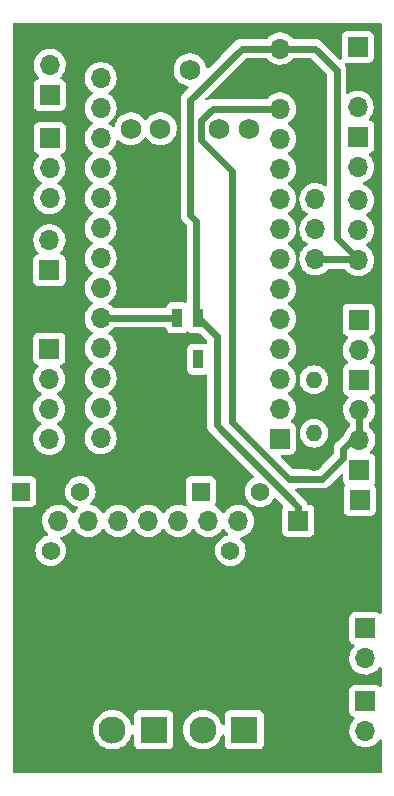
<source format=gbr>
%TF.GenerationSoftware,KiCad,Pcbnew,(6.0.9-0)*%
%TF.CreationDate,2023-02-07T22:14:42+01:00*%
%TF.ProjectId,SHOE_SHIELD,53484f45-5f53-4484-9945-4c442e6b6963,rev?*%
%TF.SameCoordinates,Original*%
%TF.FileFunction,Copper,L2,Bot*%
%TF.FilePolarity,Positive*%
%FSLAX46Y46*%
G04 Gerber Fmt 4.6, Leading zero omitted, Abs format (unit mm)*
G04 Created by KiCad (PCBNEW (6.0.9-0)) date 2023-02-07 22:14:42*
%MOMM*%
%LPD*%
G01*
G04 APERTURE LIST*
%TA.AperFunction,ComponentPad*%
%ADD10C,1.400000*%
%TD*%
%TA.AperFunction,ComponentPad*%
%ADD11O,1.400000X1.400000*%
%TD*%
%TA.AperFunction,ComponentPad*%
%ADD12R,1.700000X1.700000*%
%TD*%
%TA.AperFunction,ComponentPad*%
%ADD13O,1.700000X1.700000*%
%TD*%
%TA.AperFunction,ComponentPad*%
%ADD14R,1.560000X1.560000*%
%TD*%
%TA.AperFunction,ComponentPad*%
%ADD15C,1.560000*%
%TD*%
%TA.AperFunction,SMDPad,CuDef*%
%ADD16R,0.850000X1.600000*%
%TD*%
%TA.AperFunction,ComponentPad*%
%ADD17C,1.750000*%
%TD*%
%TA.AperFunction,ComponentPad*%
%ADD18R,2.300000X2.300000*%
%TD*%
%TA.AperFunction,ComponentPad*%
%ADD19C,2.300000*%
%TD*%
%TA.AperFunction,Conductor*%
%ADD20C,0.304000*%
%TD*%
%TA.AperFunction,Conductor*%
%ADD21C,0.608000*%
%TD*%
G04 APERTURE END LIST*
D10*
%TO.P,R1,1*%
%TO.N,GND*%
X181920000Y-71620000D03*
D11*
%TO.P,R1,2*%
%TO.N,A1*%
X181920000Y-69080000D03*
%TD*%
D12*
%TO.P,J1,1,Pin_1*%
%TO.N,- L_Out*%
X186278000Y-90141000D03*
D13*
%TO.P,J1,2,Pin_2*%
%TO.N,+ L_Out*%
X186278000Y-92681000D03*
%TD*%
D12*
%TO.P,J13,1,Pin_1*%
%TO.N,D1*%
X159550000Y-44975000D03*
D13*
%TO.P,J13,2,Pin_2*%
%TO.N,D0*%
X159550000Y-42435000D03*
%TD*%
D12*
%TO.P,J12,1,Pin_1*%
%TO.N,A9*%
X185674000Y-48514000D03*
D13*
%TO.P,J12,2,Pin_2*%
%TO.N,A8*%
X185674000Y-51054000D03*
%TD*%
D12*
%TO.P,J14,1,Pin_1*%
%TO.N,GND*%
X185674000Y-61468000D03*
D13*
%TO.P,J14,2,Pin_2*%
%TO.N,+5V*%
X185674000Y-58928000D03*
%TO.P,J14,3,Pin_3*%
%TO.N,SCL*%
X185674000Y-56388000D03*
%TO.P,J14,4,Pin_4*%
%TO.N,SDA*%
X185674000Y-53848000D03*
%TD*%
D12*
%TO.P,J15,1,Pin_1*%
%TO.N,GND*%
X182050000Y-61410000D03*
D13*
%TO.P,J15,2,Pin_2*%
%TO.N,+5V*%
X182050000Y-58870000D03*
%TO.P,J15,3,Pin_3*%
%TO.N,SCL*%
X182050000Y-56330000D03*
%TO.P,J15,4,Pin_4*%
%TO.N,SDA*%
X182050000Y-53790000D03*
%TD*%
D12*
%TO.P,J10,1,Pin_1*%
%TO.N,+5V*%
X185620000Y-40900000D03*
D13*
%TO.P,J10,2,Pin_2*%
%TO.N,GND*%
X185620000Y-43440000D03*
%TO.P,J10,3,Pin_3*%
%TO.N,+3V3*%
X185620000Y-45980000D03*
%TD*%
D12*
%TO.P,J19,1,Pin_1*%
%TO.N,D6*%
X159530000Y-59815000D03*
D13*
%TO.P,J19,2,Pin_2*%
%TO.N,D5*%
X159530000Y-57275000D03*
%TD*%
D12*
%TO.P,J6,1,Pin_1*%
%TO.N,A1*%
X185760000Y-69088000D03*
D13*
%TO.P,J6,2,Pin_2*%
%TO.N,+3V3*%
X185760000Y-71628000D03*
%TD*%
D12*
%TO.P,J9,1,Pin_1*%
%TO.N,A0*%
X185760000Y-76708000D03*
D13*
%TO.P,J9,2,Pin_2*%
%TO.N,+3V3*%
X185760000Y-74168000D03*
%TD*%
D12*
%TO.P,J11,1,Pin_1*%
%TO.N,INT*%
X159540000Y-48620000D03*
D13*
%TO.P,J11,2,Pin_2*%
%TO.N,ADR*%
X159540000Y-51160000D03*
%TO.P,J11,3,Pin_3*%
%TO.N,RST*%
X159540000Y-53700000D03*
%TD*%
D14*
%TO.P,RV1,1,1*%
%TO.N,Net-(J16-PadT)*%
X172348000Y-78546000D03*
D15*
%TO.P,RV1,2,2*%
%TO.N,L_in*%
X174848000Y-83546000D03*
%TO.P,RV1,3,3*%
%TO.N,GNDA*%
X177348000Y-78546000D03*
%TD*%
D12*
%TO.P,J20,1,Pin_1*%
%TO.N,D9*%
X159512000Y-66460000D03*
D13*
%TO.P,J20,2,Pin_2*%
%TO.N,D10*%
X159512000Y-69000000D03*
%TO.P,J20,3,Pin_3*%
%TO.N,D11*%
X159512000Y-71540000D03*
%TO.P,J20,4,Pin_4*%
%TO.N,D12*%
X159512000Y-74080000D03*
%TD*%
D10*
%TO.P,R2,1*%
%TO.N,GND*%
X181930000Y-76150000D03*
D11*
%TO.P,R2,2*%
%TO.N,A0*%
X181930000Y-73610000D03*
%TD*%
D12*
%TO.P,J2,1,Pin_1*%
%TO.N,+ R_Out*%
X186278000Y-96282000D03*
D13*
%TO.P,J2,2,Pin_2*%
%TO.N,- R_Out*%
X186278000Y-98822000D03*
%TD*%
D12*
%TO.P,J4,1,Pin_1*%
%TO.N,D13*%
X179060000Y-74060000D03*
D13*
%TO.P,J4,2,Pin_2*%
%TO.N,A0*%
X179060000Y-71520000D03*
%TO.P,J4,3,Pin_3*%
%TO.N,A1*%
X179060000Y-68980000D03*
%TO.P,J4,4,Pin_4*%
%TO.N,A2*%
X179060000Y-66440000D03*
%TO.P,J4,5,Pin_5*%
%TO.N,A3*%
X179060000Y-63900000D03*
%TO.P,J4,6,Pin_6*%
%TO.N,SCL*%
X179060000Y-61360000D03*
%TO.P,J4,7,Pin_7*%
%TO.N,SDA*%
X179060000Y-58820000D03*
%TO.P,J4,8,Pin_8*%
%TO.N,unconnected-(J4-Pad8)*%
X179060000Y-56280000D03*
%TO.P,J4,9,Pin_9*%
%TO.N,unconnected-(J4-Pad9)*%
X179060000Y-53740000D03*
%TO.P,J4,10,Pin_10*%
%TO.N,A8*%
X179060000Y-51200000D03*
%TO.P,J4,11,Pin_11*%
%TO.N,A9*%
X179060000Y-48660000D03*
%TO.P,J4,12,Pin_12*%
%TO.N,+3V3*%
X179060000Y-46120000D03*
%TO.P,J4,13,Pin_13*%
%TO.N,GND*%
X179060000Y-43580000D03*
%TO.P,J4,14,Pin_14*%
%TO.N,+5V*%
X179060000Y-41040000D03*
%TD*%
D12*
%TO.P,J17,1,Pin_1*%
%TO.N,A3*%
X185720000Y-64008000D03*
D13*
%TO.P,J17,2,Pin_2*%
%TO.N,A2*%
X185720000Y-66548000D03*
%TD*%
D14*
%TO.P,RV2,1,1*%
%TO.N,Net-(J16-PadR)*%
X157136500Y-78546000D03*
D15*
%TO.P,RV2,2,2*%
%TO.N,R_in*%
X159636500Y-83546000D03*
%TO.P,RV2,3,3*%
%TO.N,GNDA*%
X162136500Y-78546000D03*
%TD*%
D12*
%TO.P,J3,1,Pin_1*%
%TO.N,GND*%
X163860000Y-41010000D03*
D13*
%TO.P,J3,2,Pin_2*%
%TO.N,D0*%
X163860000Y-43550000D03*
%TO.P,J3,3,Pin_3*%
%TO.N,D1*%
X163860000Y-46090000D03*
%TO.P,J3,4,Pin_4*%
%TO.N,INT*%
X163860000Y-48630000D03*
%TO.P,J3,5,Pin_5*%
%TO.N,ADR*%
X163860000Y-51170000D03*
%TO.P,J3,6,Pin_6*%
%TO.N,RST*%
X163860000Y-53710000D03*
%TO.P,J3,7,Pin_7*%
%TO.N,D5*%
X163860000Y-56250000D03*
%TO.P,J3,8,Pin_8*%
%TO.N,D6*%
X163860000Y-58790000D03*
%TO.P,J3,9,Pin_9*%
%TO.N,unconnected-(J3-Pad9)*%
X163860000Y-61330000D03*
%TO.P,J3,10,Pin_10*%
%TO.N,D8*%
X163860000Y-63870000D03*
%TO.P,J3,11,Pin_11*%
%TO.N,D9*%
X163860000Y-66410000D03*
%TO.P,J3,12,Pin_12*%
%TO.N,D10*%
X163860000Y-68950000D03*
%TO.P,J3,13,Pin_13*%
%TO.N,D11*%
X163860000Y-71490000D03*
%TO.P,J3,14,Pin_14*%
%TO.N,D12*%
X163860000Y-74030000D03*
%TD*%
D12*
%TO.P,J18,1,Pin_1*%
%TO.N,D13*%
X185790000Y-79248000D03*
%TD*%
D16*
%TO.P,D1,1,DIN*%
%TO.N,D8*%
X170365000Y-63840000D03*
%TO.P,D1,2,VDD*%
%TO.N,+5V*%
X172115000Y-63840000D03*
%TO.P,D1,3,DOUT*%
%TO.N,unconnected-(D1-Pad3)*%
X172115000Y-67340000D03*
%TO.P,D1,4,VSS*%
%TO.N,GND*%
X170365000Y-67340000D03*
%TD*%
D17*
%TO.P,J16,R*%
%TO.N,Net-(J16-PadR)*%
X166420000Y-47830000D03*
%TO.P,J16,RN*%
%TO.N,N/C*%
X168920000Y-47830000D03*
%TO.P,J16,S*%
%TO.N,GNDA*%
X171420000Y-42830000D03*
%TO.P,J16,T*%
%TO.N,Net-(J16-PadT)*%
X176420000Y-47830000D03*
%TO.P,J16,TN*%
%TO.N,N/C*%
X173920000Y-47830000D03*
%TD*%
D12*
%TO.P,J7,1,Pin_1*%
%TO.N,+5V*%
X180594000Y-81026000D03*
D13*
%TO.P,J7,2,Pin_2*%
%TO.N,GND*%
X178054000Y-81026000D03*
%TO.P,J7,3,Pin_3*%
%TO.N,SDWN*%
X175514000Y-81026000D03*
%TO.P,J7,4,Pin_4*%
%TO.N,L_in*%
X172974000Y-81026000D03*
%TO.P,J7,5,Pin_5*%
%TO.N,GNDA*%
X170434000Y-81026000D03*
%TO.P,J7,6,Pin_6*%
X167894000Y-81026000D03*
%TO.P,J7,7,Pin_7*%
%TO.N,R_in*%
X165354000Y-81026000D03*
%TO.P,J7,8,Pin_8*%
%TO.N,G'*%
X162814000Y-81026000D03*
%TO.P,J7,9,Pin_9*%
%TO.N,G*%
X160274000Y-81026000D03*
%TD*%
D18*
%TO.P,J5,1,Pin_1*%
%TO.N,+ L_Out*%
X168364000Y-98721000D03*
D19*
%TO.P,J5,2,Pin_2*%
%TO.N,- L_Out*%
X164864000Y-98721000D03*
%TD*%
D18*
%TO.P,J8,1,Pin_1*%
%TO.N,- R_Out*%
X176014000Y-98721000D03*
D19*
%TO.P,J8,2,Pin_2*%
%TO.N,+ R_Out*%
X172514000Y-98721000D03*
%TD*%
D20*
%TO.N,+ L_Out*%
X168364000Y-98721000D02*
X168479000Y-98721000D01*
D21*
%TO.N,+5V*%
X173680000Y-72952420D02*
X180594000Y-79866420D01*
X182050000Y-58870000D02*
X182055000Y-58865000D01*
X183850000Y-57065000D02*
X185650000Y-58865000D01*
X171450000Y-45390000D02*
X171450000Y-55118000D01*
X173680000Y-65405000D02*
X173680000Y-72952420D01*
X171450000Y-55118000D02*
X171958000Y-55626000D01*
X180594000Y-79866420D02*
X180594000Y-81026000D01*
X183850000Y-42890000D02*
X183850000Y-57065000D01*
X179105000Y-41040000D02*
X175800000Y-41040000D01*
X182055000Y-58865000D02*
X185650000Y-58865000D01*
X182000000Y-41040000D02*
X183850000Y-42890000D01*
X175800000Y-41040000D02*
X171450000Y-45390000D01*
X171958000Y-63683000D02*
X172115000Y-63840000D01*
X179060000Y-41040000D02*
X182000000Y-41040000D01*
X171958000Y-55626000D02*
X171958000Y-63683000D01*
X172115000Y-63840000D02*
X173680000Y-65405000D01*
%TO.N,+3V3*%
X185760000Y-73574000D02*
X185760000Y-71760000D01*
X172360000Y-48789000D02*
X175006000Y-51435000D01*
X185480000Y-46120000D02*
X185620000Y-45980000D01*
X173336000Y-46120000D02*
X172360000Y-47096000D01*
X185620000Y-45980000D02*
X185605000Y-45965000D01*
X184406489Y-74927511D02*
X185760000Y-73574000D01*
X175006000Y-72644000D02*
X179832000Y-77470000D01*
X175006000Y-51435000D02*
X175006000Y-72644000D01*
X182626000Y-77470000D02*
X184406489Y-75689511D01*
X172360000Y-47096000D02*
X172360000Y-48789000D01*
X179060000Y-46120000D02*
X173336000Y-46120000D01*
X179832000Y-77470000D02*
X182626000Y-77470000D01*
X184406489Y-75689511D02*
X184406489Y-74927511D01*
%TO.N,D8*%
X170365000Y-63840000D02*
X163890000Y-63840000D01*
X163890000Y-63840000D02*
X163860000Y-63870000D01*
%TD*%
%TA.AperFunction,Conductor*%
%TO.N,GND*%
G36*
X187597621Y-38870502D02*
G01*
X187644114Y-38924158D01*
X187655500Y-38976500D01*
X187655500Y-88798939D01*
X187635498Y-88867060D01*
X187581842Y-88913553D01*
X187511568Y-88923657D01*
X187453935Y-88899765D01*
X187410297Y-88867060D01*
X187374705Y-88840385D01*
X187238316Y-88789255D01*
X187176134Y-88782500D01*
X185379866Y-88782500D01*
X185317684Y-88789255D01*
X185181295Y-88840385D01*
X185064739Y-88927739D01*
X184977385Y-89044295D01*
X184926255Y-89180684D01*
X184919500Y-89242866D01*
X184919500Y-91039134D01*
X184926255Y-91101316D01*
X184977385Y-91237705D01*
X185064739Y-91354261D01*
X185181295Y-91441615D01*
X185189704Y-91444767D01*
X185189705Y-91444768D01*
X185298451Y-91485535D01*
X185355216Y-91528176D01*
X185379916Y-91594738D01*
X185364709Y-91664087D01*
X185345316Y-91690568D01*
X185218629Y-91823138D01*
X185092743Y-92007680D01*
X184998688Y-92210305D01*
X184938989Y-92425570D01*
X184915251Y-92647695D01*
X184928110Y-92870715D01*
X184929247Y-92875761D01*
X184929248Y-92875767D01*
X184950275Y-92969069D01*
X184977222Y-93088639D01*
X185061266Y-93295616D01*
X185177987Y-93486088D01*
X185324250Y-93654938D01*
X185496126Y-93797632D01*
X185689000Y-93910338D01*
X185897692Y-93990030D01*
X185902760Y-93991061D01*
X185902763Y-93991062D01*
X186010017Y-94012883D01*
X186116597Y-94034567D01*
X186121772Y-94034757D01*
X186121774Y-94034757D01*
X186334673Y-94042564D01*
X186334677Y-94042564D01*
X186339837Y-94042753D01*
X186344957Y-94042097D01*
X186344959Y-94042097D01*
X186556288Y-94015025D01*
X186556289Y-94015025D01*
X186561416Y-94014368D01*
X186566366Y-94012883D01*
X186770429Y-93951661D01*
X186770434Y-93951659D01*
X186775384Y-93950174D01*
X186975994Y-93851896D01*
X187157860Y-93722173D01*
X187316096Y-93564489D01*
X187374343Y-93483429D01*
X187427177Y-93409903D01*
X187483172Y-93366255D01*
X187553875Y-93359809D01*
X187616840Y-93392612D01*
X187652074Y-93454248D01*
X187655500Y-93483429D01*
X187655500Y-94939939D01*
X187635498Y-95008060D01*
X187581842Y-95054553D01*
X187511568Y-95064657D01*
X187453935Y-95040765D01*
X187410297Y-95008060D01*
X187374705Y-94981385D01*
X187238316Y-94930255D01*
X187176134Y-94923500D01*
X185379866Y-94923500D01*
X185317684Y-94930255D01*
X185181295Y-94981385D01*
X185064739Y-95068739D01*
X184977385Y-95185295D01*
X184926255Y-95321684D01*
X184919500Y-95383866D01*
X184919500Y-97180134D01*
X184926255Y-97242316D01*
X184977385Y-97378705D01*
X185064739Y-97495261D01*
X185181295Y-97582615D01*
X185189704Y-97585767D01*
X185189705Y-97585768D01*
X185298451Y-97626535D01*
X185355216Y-97669176D01*
X185379916Y-97735738D01*
X185364709Y-97805087D01*
X185345316Y-97831568D01*
X185218629Y-97964138D01*
X185215715Y-97968410D01*
X185215714Y-97968411D01*
X185203409Y-97986450D01*
X185092743Y-98148680D01*
X185067836Y-98202338D01*
X185014329Y-98317610D01*
X184998688Y-98351305D01*
X184938989Y-98566570D01*
X184915251Y-98788695D01*
X184928110Y-99011715D01*
X184929247Y-99016761D01*
X184929248Y-99016767D01*
X184947093Y-99095948D01*
X184977222Y-99229639D01*
X185061266Y-99436616D01*
X185177987Y-99627088D01*
X185324250Y-99795938D01*
X185496126Y-99938632D01*
X185689000Y-100051338D01*
X185693825Y-100053180D01*
X185693826Y-100053181D01*
X185736527Y-100069487D01*
X185897692Y-100131030D01*
X185902760Y-100132061D01*
X185902763Y-100132062D01*
X186010017Y-100153883D01*
X186116597Y-100175567D01*
X186121772Y-100175757D01*
X186121774Y-100175757D01*
X186334673Y-100183564D01*
X186334677Y-100183564D01*
X186339837Y-100183753D01*
X186344957Y-100183097D01*
X186344959Y-100183097D01*
X186556288Y-100156025D01*
X186556289Y-100156025D01*
X186561416Y-100155368D01*
X186566366Y-100153883D01*
X186770429Y-100092661D01*
X186770434Y-100092659D01*
X186775384Y-100091174D01*
X186975994Y-99992896D01*
X187157860Y-99863173D01*
X187316096Y-99705489D01*
X187320862Y-99698856D01*
X187427177Y-99550903D01*
X187483172Y-99507255D01*
X187553875Y-99500809D01*
X187616840Y-99533612D01*
X187652074Y-99595248D01*
X187655500Y-99624429D01*
X187655500Y-102291500D01*
X187635498Y-102359621D01*
X187581842Y-102406114D01*
X187529500Y-102417500D01*
X156568500Y-102417500D01*
X156500379Y-102397498D01*
X156453886Y-102343842D01*
X156442500Y-102291500D01*
X156442500Y-98721000D01*
X163200372Y-98721000D01*
X163220854Y-98981249D01*
X163222008Y-98986056D01*
X163222009Y-98986062D01*
X163260424Y-99146069D01*
X163281796Y-99235089D01*
X163283689Y-99239660D01*
X163283690Y-99239662D01*
X163367096Y-99441020D01*
X163381697Y-99476271D01*
X163518097Y-99698856D01*
X163687637Y-99897363D01*
X163886144Y-100066903D01*
X164108729Y-100203303D01*
X164113299Y-100205196D01*
X164113303Y-100205198D01*
X164345338Y-100301310D01*
X164349911Y-100303204D01*
X164404164Y-100316229D01*
X164598938Y-100362991D01*
X164598944Y-100362992D01*
X164603751Y-100364146D01*
X164864000Y-100384628D01*
X165124249Y-100364146D01*
X165129056Y-100362992D01*
X165129062Y-100362991D01*
X165323836Y-100316229D01*
X165378089Y-100303204D01*
X165382662Y-100301310D01*
X165614697Y-100205198D01*
X165614701Y-100205196D01*
X165619271Y-100203303D01*
X165841856Y-100066903D01*
X166040363Y-99897363D01*
X166209903Y-99698856D01*
X166346303Y-99476271D01*
X166360905Y-99441020D01*
X166444310Y-99239662D01*
X166444311Y-99239660D01*
X166446204Y-99235089D01*
X166456981Y-99190200D01*
X166492333Y-99128631D01*
X166555360Y-99095948D01*
X166626051Y-99102529D01*
X166681962Y-99146283D01*
X166705500Y-99219614D01*
X166705500Y-99919134D01*
X166712255Y-99981316D01*
X166763385Y-100117705D01*
X166850739Y-100234261D01*
X166967295Y-100321615D01*
X167103684Y-100372745D01*
X167165866Y-100379500D01*
X169562134Y-100379500D01*
X169624316Y-100372745D01*
X169760705Y-100321615D01*
X169877261Y-100234261D01*
X169964615Y-100117705D01*
X170015745Y-99981316D01*
X170022500Y-99919134D01*
X170022500Y-98721000D01*
X170850372Y-98721000D01*
X170870854Y-98981249D01*
X170872008Y-98986056D01*
X170872009Y-98986062D01*
X170910424Y-99146069D01*
X170931796Y-99235089D01*
X170933689Y-99239660D01*
X170933690Y-99239662D01*
X171017096Y-99441020D01*
X171031697Y-99476271D01*
X171168097Y-99698856D01*
X171337637Y-99897363D01*
X171536144Y-100066903D01*
X171758729Y-100203303D01*
X171763299Y-100205196D01*
X171763303Y-100205198D01*
X171995338Y-100301310D01*
X171999911Y-100303204D01*
X172054164Y-100316229D01*
X172248938Y-100362991D01*
X172248944Y-100362992D01*
X172253751Y-100364146D01*
X172514000Y-100384628D01*
X172774249Y-100364146D01*
X172779056Y-100362992D01*
X172779062Y-100362991D01*
X172973836Y-100316229D01*
X173028089Y-100303204D01*
X173032662Y-100301310D01*
X173264697Y-100205198D01*
X173264701Y-100205196D01*
X173269271Y-100203303D01*
X173491856Y-100066903D01*
X173690363Y-99897363D01*
X173859903Y-99698856D01*
X173996303Y-99476271D01*
X174010905Y-99441020D01*
X174094310Y-99239662D01*
X174094311Y-99239660D01*
X174096204Y-99235089D01*
X174106981Y-99190200D01*
X174142333Y-99128631D01*
X174205360Y-99095948D01*
X174276051Y-99102529D01*
X174331962Y-99146283D01*
X174355500Y-99219614D01*
X174355500Y-99919134D01*
X174362255Y-99981316D01*
X174413385Y-100117705D01*
X174500739Y-100234261D01*
X174617295Y-100321615D01*
X174753684Y-100372745D01*
X174815866Y-100379500D01*
X177212134Y-100379500D01*
X177274316Y-100372745D01*
X177410705Y-100321615D01*
X177527261Y-100234261D01*
X177614615Y-100117705D01*
X177665745Y-99981316D01*
X177672500Y-99919134D01*
X177672500Y-97522866D01*
X177665745Y-97460684D01*
X177614615Y-97324295D01*
X177527261Y-97207739D01*
X177410705Y-97120385D01*
X177274316Y-97069255D01*
X177212134Y-97062500D01*
X174815866Y-97062500D01*
X174753684Y-97069255D01*
X174617295Y-97120385D01*
X174500739Y-97207739D01*
X174413385Y-97324295D01*
X174362255Y-97460684D01*
X174355500Y-97522866D01*
X174355500Y-98222386D01*
X174335498Y-98290507D01*
X174281842Y-98337000D01*
X174211568Y-98347104D01*
X174146988Y-98317610D01*
X174106981Y-98251800D01*
X174097359Y-98211723D01*
X174096204Y-98206911D01*
X174094310Y-98202338D01*
X173998198Y-97970303D01*
X173998196Y-97970299D01*
X173996303Y-97965729D01*
X173859903Y-97743144D01*
X173690363Y-97544637D01*
X173491856Y-97375097D01*
X173269271Y-97238697D01*
X173264701Y-97236804D01*
X173264697Y-97236802D01*
X173032662Y-97140690D01*
X173032660Y-97140689D01*
X173028089Y-97138796D01*
X172938273Y-97117233D01*
X172779062Y-97079009D01*
X172779056Y-97079008D01*
X172774249Y-97077854D01*
X172514000Y-97057372D01*
X172253751Y-97077854D01*
X172248944Y-97079008D01*
X172248938Y-97079009D01*
X172089727Y-97117233D01*
X171999911Y-97138796D01*
X171995340Y-97140689D01*
X171995338Y-97140690D01*
X171763303Y-97236802D01*
X171763299Y-97236804D01*
X171758729Y-97238697D01*
X171536144Y-97375097D01*
X171337637Y-97544637D01*
X171168097Y-97743144D01*
X171031697Y-97965729D01*
X171029804Y-97970299D01*
X171029802Y-97970303D01*
X170933690Y-98202338D01*
X170931796Y-98206911D01*
X170930641Y-98211723D01*
X170872009Y-98455938D01*
X170872008Y-98455944D01*
X170870854Y-98460751D01*
X170850372Y-98721000D01*
X170022500Y-98721000D01*
X170022500Y-97522866D01*
X170015745Y-97460684D01*
X169964615Y-97324295D01*
X169877261Y-97207739D01*
X169760705Y-97120385D01*
X169624316Y-97069255D01*
X169562134Y-97062500D01*
X167165866Y-97062500D01*
X167103684Y-97069255D01*
X166967295Y-97120385D01*
X166850739Y-97207739D01*
X166763385Y-97324295D01*
X166712255Y-97460684D01*
X166705500Y-97522866D01*
X166705500Y-98222386D01*
X166685498Y-98290507D01*
X166631842Y-98337000D01*
X166561568Y-98347104D01*
X166496988Y-98317610D01*
X166456981Y-98251800D01*
X166447359Y-98211723D01*
X166446204Y-98206911D01*
X166444310Y-98202338D01*
X166348198Y-97970303D01*
X166348196Y-97970299D01*
X166346303Y-97965729D01*
X166209903Y-97743144D01*
X166040363Y-97544637D01*
X165841856Y-97375097D01*
X165619271Y-97238697D01*
X165614701Y-97236804D01*
X165614697Y-97236802D01*
X165382662Y-97140690D01*
X165382660Y-97140689D01*
X165378089Y-97138796D01*
X165288273Y-97117233D01*
X165129062Y-97079009D01*
X165129056Y-97079008D01*
X165124249Y-97077854D01*
X164864000Y-97057372D01*
X164603751Y-97077854D01*
X164598944Y-97079008D01*
X164598938Y-97079009D01*
X164439727Y-97117233D01*
X164349911Y-97138796D01*
X164345340Y-97140689D01*
X164345338Y-97140690D01*
X164113303Y-97236802D01*
X164113299Y-97236804D01*
X164108729Y-97238697D01*
X163886144Y-97375097D01*
X163687637Y-97544637D01*
X163518097Y-97743144D01*
X163381697Y-97965729D01*
X163379804Y-97970299D01*
X163379802Y-97970303D01*
X163283690Y-98202338D01*
X163281796Y-98206911D01*
X163280641Y-98211723D01*
X163222009Y-98455938D01*
X163222008Y-98455944D01*
X163220854Y-98460751D01*
X163200372Y-98721000D01*
X156442500Y-98721000D01*
X156442500Y-83546000D01*
X158343078Y-83546000D01*
X158362728Y-83770600D01*
X158421081Y-83988376D01*
X158516364Y-84192711D01*
X158645681Y-84377396D01*
X158805104Y-84536819D01*
X158989789Y-84666136D01*
X158994767Y-84668457D01*
X158994770Y-84668459D01*
X159189142Y-84759096D01*
X159194124Y-84761419D01*
X159199432Y-84762841D01*
X159199434Y-84762842D01*
X159406585Y-84818348D01*
X159406587Y-84818348D01*
X159411900Y-84819772D01*
X159636500Y-84839422D01*
X159861100Y-84819772D01*
X159866413Y-84818348D01*
X159866415Y-84818348D01*
X160073566Y-84762842D01*
X160073568Y-84762841D01*
X160078876Y-84761419D01*
X160083858Y-84759096D01*
X160278230Y-84668459D01*
X160278233Y-84668457D01*
X160283211Y-84666136D01*
X160467896Y-84536819D01*
X160627319Y-84377396D01*
X160756636Y-84192711D01*
X160851919Y-83988376D01*
X160910272Y-83770600D01*
X160929922Y-83546000D01*
X160910272Y-83321400D01*
X160851919Y-83103624D01*
X160756636Y-82899289D01*
X160627319Y-82714604D01*
X160485837Y-82573122D01*
X160451811Y-82510810D01*
X160456876Y-82439995D01*
X160499423Y-82383159D01*
X160548736Y-82360780D01*
X160552289Y-82360025D01*
X160557416Y-82359368D01*
X160562366Y-82357883D01*
X160766429Y-82296661D01*
X160766434Y-82296659D01*
X160771384Y-82295174D01*
X160971994Y-82196896D01*
X161153860Y-82067173D01*
X161312096Y-81909489D01*
X161371594Y-81826689D01*
X161442453Y-81728077D01*
X161443776Y-81729028D01*
X161490645Y-81685857D01*
X161560580Y-81673625D01*
X161626026Y-81701144D01*
X161653875Y-81732994D01*
X161713987Y-81831088D01*
X161860250Y-81999938D01*
X162032126Y-82142632D01*
X162225000Y-82255338D01*
X162433692Y-82335030D01*
X162438760Y-82336061D01*
X162438763Y-82336062D01*
X162546017Y-82357883D01*
X162652597Y-82379567D01*
X162657772Y-82379757D01*
X162657774Y-82379757D01*
X162870673Y-82387564D01*
X162870677Y-82387564D01*
X162875837Y-82387753D01*
X162880957Y-82387097D01*
X162880959Y-82387097D01*
X163092288Y-82360025D01*
X163092289Y-82360025D01*
X163097416Y-82359368D01*
X163102366Y-82357883D01*
X163306429Y-82296661D01*
X163306434Y-82296659D01*
X163311384Y-82295174D01*
X163511994Y-82196896D01*
X163693860Y-82067173D01*
X163852096Y-81909489D01*
X163911594Y-81826689D01*
X163982453Y-81728077D01*
X163983776Y-81729028D01*
X164030645Y-81685857D01*
X164100580Y-81673625D01*
X164166026Y-81701144D01*
X164193875Y-81732994D01*
X164253987Y-81831088D01*
X164400250Y-81999938D01*
X164572126Y-82142632D01*
X164765000Y-82255338D01*
X164973692Y-82335030D01*
X164978760Y-82336061D01*
X164978763Y-82336062D01*
X165086017Y-82357883D01*
X165192597Y-82379567D01*
X165197772Y-82379757D01*
X165197774Y-82379757D01*
X165410673Y-82387564D01*
X165410677Y-82387564D01*
X165415837Y-82387753D01*
X165420957Y-82387097D01*
X165420959Y-82387097D01*
X165632288Y-82360025D01*
X165632289Y-82360025D01*
X165637416Y-82359368D01*
X165642366Y-82357883D01*
X165846429Y-82296661D01*
X165846434Y-82296659D01*
X165851384Y-82295174D01*
X166051994Y-82196896D01*
X166233860Y-82067173D01*
X166392096Y-81909489D01*
X166451594Y-81826689D01*
X166522453Y-81728077D01*
X166523776Y-81729028D01*
X166570645Y-81685857D01*
X166640580Y-81673625D01*
X166706026Y-81701144D01*
X166733875Y-81732994D01*
X166793987Y-81831088D01*
X166940250Y-81999938D01*
X167112126Y-82142632D01*
X167305000Y-82255338D01*
X167513692Y-82335030D01*
X167518760Y-82336061D01*
X167518763Y-82336062D01*
X167626017Y-82357883D01*
X167732597Y-82379567D01*
X167737772Y-82379757D01*
X167737774Y-82379757D01*
X167950673Y-82387564D01*
X167950677Y-82387564D01*
X167955837Y-82387753D01*
X167960957Y-82387097D01*
X167960959Y-82387097D01*
X168172288Y-82360025D01*
X168172289Y-82360025D01*
X168177416Y-82359368D01*
X168182366Y-82357883D01*
X168386429Y-82296661D01*
X168386434Y-82296659D01*
X168391384Y-82295174D01*
X168591994Y-82196896D01*
X168773860Y-82067173D01*
X168932096Y-81909489D01*
X168991594Y-81826689D01*
X169062453Y-81728077D01*
X169063776Y-81729028D01*
X169110645Y-81685857D01*
X169180580Y-81673625D01*
X169246026Y-81701144D01*
X169273875Y-81732994D01*
X169333987Y-81831088D01*
X169480250Y-81999938D01*
X169652126Y-82142632D01*
X169845000Y-82255338D01*
X170053692Y-82335030D01*
X170058760Y-82336061D01*
X170058763Y-82336062D01*
X170166017Y-82357883D01*
X170272597Y-82379567D01*
X170277772Y-82379757D01*
X170277774Y-82379757D01*
X170490673Y-82387564D01*
X170490677Y-82387564D01*
X170495837Y-82387753D01*
X170500957Y-82387097D01*
X170500959Y-82387097D01*
X170712288Y-82360025D01*
X170712289Y-82360025D01*
X170717416Y-82359368D01*
X170722366Y-82357883D01*
X170926429Y-82296661D01*
X170926434Y-82296659D01*
X170931384Y-82295174D01*
X171131994Y-82196896D01*
X171313860Y-82067173D01*
X171472096Y-81909489D01*
X171531594Y-81826689D01*
X171602453Y-81728077D01*
X171603776Y-81729028D01*
X171650645Y-81685857D01*
X171720580Y-81673625D01*
X171786026Y-81701144D01*
X171813875Y-81732994D01*
X171873987Y-81831088D01*
X172020250Y-81999938D01*
X172192126Y-82142632D01*
X172385000Y-82255338D01*
X172593692Y-82335030D01*
X172598760Y-82336061D01*
X172598763Y-82336062D01*
X172706017Y-82357883D01*
X172812597Y-82379567D01*
X172817772Y-82379757D01*
X172817774Y-82379757D01*
X173030673Y-82387564D01*
X173030677Y-82387564D01*
X173035837Y-82387753D01*
X173040957Y-82387097D01*
X173040959Y-82387097D01*
X173252288Y-82360025D01*
X173252289Y-82360025D01*
X173257416Y-82359368D01*
X173262366Y-82357883D01*
X173466429Y-82296661D01*
X173466434Y-82296659D01*
X173471384Y-82295174D01*
X173671994Y-82196896D01*
X173853860Y-82067173D01*
X174012096Y-81909489D01*
X174071594Y-81826689D01*
X174142453Y-81728077D01*
X174143776Y-81729028D01*
X174190645Y-81685857D01*
X174260580Y-81673625D01*
X174326026Y-81701144D01*
X174353875Y-81732994D01*
X174413987Y-81831088D01*
X174560250Y-81999938D01*
X174636184Y-82062980D01*
X174675819Y-82121881D01*
X174677317Y-82192862D01*
X174640203Y-82253385D01*
X174588310Y-82281630D01*
X174410934Y-82329158D01*
X174410932Y-82329159D01*
X174405624Y-82330581D01*
X174400643Y-82332903D01*
X174400642Y-82332904D01*
X174206270Y-82423541D01*
X174206267Y-82423543D01*
X174201289Y-82425864D01*
X174016604Y-82555181D01*
X173857181Y-82714604D01*
X173727864Y-82899289D01*
X173632581Y-83103624D01*
X173574228Y-83321400D01*
X173554578Y-83546000D01*
X173574228Y-83770600D01*
X173632581Y-83988376D01*
X173727864Y-84192711D01*
X173857181Y-84377396D01*
X174016604Y-84536819D01*
X174201289Y-84666136D01*
X174206267Y-84668457D01*
X174206270Y-84668459D01*
X174400642Y-84759096D01*
X174405624Y-84761419D01*
X174410932Y-84762841D01*
X174410934Y-84762842D01*
X174618085Y-84818348D01*
X174618087Y-84818348D01*
X174623400Y-84819772D01*
X174848000Y-84839422D01*
X175072600Y-84819772D01*
X175077913Y-84818348D01*
X175077915Y-84818348D01*
X175285066Y-84762842D01*
X175285068Y-84762841D01*
X175290376Y-84761419D01*
X175295358Y-84759096D01*
X175489730Y-84668459D01*
X175489733Y-84668457D01*
X175494711Y-84666136D01*
X175679396Y-84536819D01*
X175838819Y-84377396D01*
X175968136Y-84192711D01*
X176063419Y-83988376D01*
X176121772Y-83770600D01*
X176141422Y-83546000D01*
X176121772Y-83321400D01*
X176063419Y-83103624D01*
X175968136Y-82899289D01*
X175838819Y-82714604D01*
X175700686Y-82576471D01*
X175666660Y-82514159D01*
X175671725Y-82443344D01*
X175714272Y-82386508D01*
X175773771Y-82362397D01*
X175792288Y-82360025D01*
X175792289Y-82360025D01*
X175797416Y-82359368D01*
X175802366Y-82357883D01*
X176006429Y-82296661D01*
X176006434Y-82296659D01*
X176011384Y-82295174D01*
X176211994Y-82196896D01*
X176393860Y-82067173D01*
X176552096Y-81909489D01*
X176611594Y-81826689D01*
X176679435Y-81732277D01*
X176682453Y-81728077D01*
X176703320Y-81685857D01*
X176779136Y-81532453D01*
X176779137Y-81532451D01*
X176781430Y-81527811D01*
X176846370Y-81314069D01*
X176875529Y-81092590D01*
X176877156Y-81026000D01*
X176858852Y-80803361D01*
X176804431Y-80586702D01*
X176715354Y-80381840D01*
X176607883Y-80215715D01*
X176596822Y-80198617D01*
X176596820Y-80198614D01*
X176594014Y-80194277D01*
X176443670Y-80029051D01*
X176439619Y-80025852D01*
X176439615Y-80025848D01*
X176272414Y-79893800D01*
X176272410Y-79893798D01*
X176268359Y-79890598D01*
X176072789Y-79782638D01*
X176067920Y-79780914D01*
X176067916Y-79780912D01*
X175867087Y-79709795D01*
X175867083Y-79709794D01*
X175862212Y-79708069D01*
X175857119Y-79707162D01*
X175857116Y-79707161D01*
X175647373Y-79669800D01*
X175647367Y-79669799D01*
X175642284Y-79668894D01*
X175568452Y-79667992D01*
X175424081Y-79666228D01*
X175424079Y-79666228D01*
X175418911Y-79666165D01*
X175198091Y-79699955D01*
X174985756Y-79769357D01*
X174955443Y-79785137D01*
X174851163Y-79839422D01*
X174787607Y-79872507D01*
X174783474Y-79875610D01*
X174783471Y-79875612D01*
X174613100Y-80003530D01*
X174608965Y-80006635D01*
X174605393Y-80010373D01*
X174475657Y-80146134D01*
X174454629Y-80168138D01*
X174347201Y-80325621D01*
X174292293Y-80370621D01*
X174221768Y-80378792D01*
X174158021Y-80347538D01*
X174137324Y-80323054D01*
X174056822Y-80198617D01*
X174056820Y-80198614D01*
X174054014Y-80194277D01*
X173903670Y-80029051D01*
X173899619Y-80025852D01*
X173899615Y-80025848D01*
X173732414Y-79893800D01*
X173732410Y-79893798D01*
X173728359Y-79890598D01*
X173691260Y-79870118D01*
X173580696Y-79809084D01*
X173530725Y-79758651D01*
X173515953Y-79689208D01*
X173540762Y-79623212D01*
X173578615Y-79572705D01*
X173629745Y-79436316D01*
X173636500Y-79374134D01*
X173636500Y-77717866D01*
X173629745Y-77655684D01*
X173578615Y-77519295D01*
X173491261Y-77402739D01*
X173374705Y-77315385D01*
X173238316Y-77264255D01*
X173176134Y-77257500D01*
X171519866Y-77257500D01*
X171457684Y-77264255D01*
X171321295Y-77315385D01*
X171204739Y-77402739D01*
X171117385Y-77519295D01*
X171066255Y-77655684D01*
X171059500Y-77717866D01*
X171059500Y-79374134D01*
X171066255Y-79436316D01*
X171117385Y-79572705D01*
X171126686Y-79585115D01*
X171151536Y-79651619D01*
X171136485Y-79721002D01*
X171086313Y-79771234D01*
X171016948Y-79786366D01*
X170983803Y-79779455D01*
X170787091Y-79709796D01*
X170787083Y-79709794D01*
X170782212Y-79708069D01*
X170777119Y-79707162D01*
X170777116Y-79707161D01*
X170567373Y-79669800D01*
X170567367Y-79669799D01*
X170562284Y-79668894D01*
X170488452Y-79667992D01*
X170344081Y-79666228D01*
X170344079Y-79666228D01*
X170338911Y-79666165D01*
X170118091Y-79699955D01*
X169905756Y-79769357D01*
X169875443Y-79785137D01*
X169771163Y-79839422D01*
X169707607Y-79872507D01*
X169703474Y-79875610D01*
X169703471Y-79875612D01*
X169533100Y-80003530D01*
X169528965Y-80006635D01*
X169525393Y-80010373D01*
X169395657Y-80146134D01*
X169374629Y-80168138D01*
X169267201Y-80325621D01*
X169212293Y-80370621D01*
X169141768Y-80378792D01*
X169078021Y-80347538D01*
X169057324Y-80323054D01*
X168976822Y-80198617D01*
X168976820Y-80198614D01*
X168974014Y-80194277D01*
X168823670Y-80029051D01*
X168819619Y-80025852D01*
X168819615Y-80025848D01*
X168652414Y-79893800D01*
X168652410Y-79893798D01*
X168648359Y-79890598D01*
X168452789Y-79782638D01*
X168447920Y-79780914D01*
X168447916Y-79780912D01*
X168247087Y-79709795D01*
X168247083Y-79709794D01*
X168242212Y-79708069D01*
X168237119Y-79707162D01*
X168237116Y-79707161D01*
X168027373Y-79669800D01*
X168027367Y-79669799D01*
X168022284Y-79668894D01*
X167948452Y-79667992D01*
X167804081Y-79666228D01*
X167804079Y-79666228D01*
X167798911Y-79666165D01*
X167578091Y-79699955D01*
X167365756Y-79769357D01*
X167335443Y-79785137D01*
X167231163Y-79839422D01*
X167167607Y-79872507D01*
X167163474Y-79875610D01*
X167163471Y-79875612D01*
X166993100Y-80003530D01*
X166988965Y-80006635D01*
X166985393Y-80010373D01*
X166855657Y-80146134D01*
X166834629Y-80168138D01*
X166727201Y-80325621D01*
X166672293Y-80370621D01*
X166601768Y-80378792D01*
X166538021Y-80347538D01*
X166517324Y-80323054D01*
X166436822Y-80198617D01*
X166436820Y-80198614D01*
X166434014Y-80194277D01*
X166283670Y-80029051D01*
X166279619Y-80025852D01*
X166279615Y-80025848D01*
X166112414Y-79893800D01*
X166112410Y-79893798D01*
X166108359Y-79890598D01*
X165912789Y-79782638D01*
X165907920Y-79780914D01*
X165907916Y-79780912D01*
X165707087Y-79709795D01*
X165707083Y-79709794D01*
X165702212Y-79708069D01*
X165697119Y-79707162D01*
X165697116Y-79707161D01*
X165487373Y-79669800D01*
X165487367Y-79669799D01*
X165482284Y-79668894D01*
X165408452Y-79667992D01*
X165264081Y-79666228D01*
X165264079Y-79666228D01*
X165258911Y-79666165D01*
X165038091Y-79699955D01*
X164825756Y-79769357D01*
X164795443Y-79785137D01*
X164691163Y-79839422D01*
X164627607Y-79872507D01*
X164623474Y-79875610D01*
X164623471Y-79875612D01*
X164453100Y-80003530D01*
X164448965Y-80006635D01*
X164445393Y-80010373D01*
X164315657Y-80146134D01*
X164294629Y-80168138D01*
X164187201Y-80325621D01*
X164132293Y-80370621D01*
X164061768Y-80378792D01*
X163998021Y-80347538D01*
X163977324Y-80323054D01*
X163896822Y-80198617D01*
X163896820Y-80198614D01*
X163894014Y-80194277D01*
X163743670Y-80029051D01*
X163739619Y-80025852D01*
X163739615Y-80025848D01*
X163572414Y-79893800D01*
X163572410Y-79893798D01*
X163568359Y-79890598D01*
X163372789Y-79782638D01*
X163367920Y-79780914D01*
X163367916Y-79780912D01*
X163167087Y-79709795D01*
X163167083Y-79709794D01*
X163162212Y-79708069D01*
X163089702Y-79695153D01*
X163026145Y-79663515D01*
X162989782Y-79602537D01*
X162992159Y-79531581D01*
X163022704Y-79482011D01*
X163127319Y-79377396D01*
X163256636Y-79192711D01*
X163301828Y-79095798D01*
X163349596Y-78993358D01*
X163349597Y-78993357D01*
X163351919Y-78988376D01*
X163410272Y-78770600D01*
X163429922Y-78546000D01*
X163410272Y-78321400D01*
X163373835Y-78185414D01*
X163353342Y-78108934D01*
X163353341Y-78108932D01*
X163351919Y-78103624D01*
X163329103Y-78054695D01*
X163258959Y-77904270D01*
X163258957Y-77904267D01*
X163256636Y-77899289D01*
X163127319Y-77714604D01*
X162967896Y-77555181D01*
X162783211Y-77425864D01*
X162778233Y-77423543D01*
X162778230Y-77423541D01*
X162583858Y-77332904D01*
X162583857Y-77332903D01*
X162578876Y-77330581D01*
X162573568Y-77329159D01*
X162573566Y-77329158D01*
X162366415Y-77273652D01*
X162366413Y-77273652D01*
X162361100Y-77272228D01*
X162136500Y-77252578D01*
X161911900Y-77272228D01*
X161906587Y-77273652D01*
X161906585Y-77273652D01*
X161699434Y-77329158D01*
X161699432Y-77329159D01*
X161694124Y-77330581D01*
X161689143Y-77332903D01*
X161689142Y-77332904D01*
X161494770Y-77423541D01*
X161494767Y-77423543D01*
X161489789Y-77425864D01*
X161305104Y-77555181D01*
X161145681Y-77714604D01*
X161016364Y-77899289D01*
X161014043Y-77904267D01*
X161014041Y-77904270D01*
X160943897Y-78054695D01*
X160921081Y-78103624D01*
X160919659Y-78108932D01*
X160919658Y-78108934D01*
X160899165Y-78185414D01*
X160862728Y-78321400D01*
X160843078Y-78546000D01*
X160862728Y-78770600D01*
X160921081Y-78988376D01*
X160923403Y-78993357D01*
X160923404Y-78993358D01*
X160971173Y-79095798D01*
X161016364Y-79192711D01*
X161145681Y-79377396D01*
X161305104Y-79536819D01*
X161489789Y-79666136D01*
X161494767Y-79668457D01*
X161494770Y-79668459D01*
X161628399Y-79730771D01*
X161694124Y-79761419D01*
X161699432Y-79762841D01*
X161699434Y-79762842D01*
X161736196Y-79772692D01*
X161846347Y-79802207D01*
X161906968Y-79839158D01*
X161937989Y-79903018D01*
X161929561Y-79973513D01*
X161904828Y-80010964D01*
X161775657Y-80146134D01*
X161754629Y-80168138D01*
X161647201Y-80325621D01*
X161592293Y-80370621D01*
X161521768Y-80378792D01*
X161458021Y-80347538D01*
X161437324Y-80323054D01*
X161356822Y-80198617D01*
X161356820Y-80198614D01*
X161354014Y-80194277D01*
X161203670Y-80029051D01*
X161199619Y-80025852D01*
X161199615Y-80025848D01*
X161032414Y-79893800D01*
X161032410Y-79893798D01*
X161028359Y-79890598D01*
X160832789Y-79782638D01*
X160827920Y-79780914D01*
X160827916Y-79780912D01*
X160627087Y-79709795D01*
X160627083Y-79709794D01*
X160622212Y-79708069D01*
X160617119Y-79707162D01*
X160617116Y-79707161D01*
X160407373Y-79669800D01*
X160407367Y-79669799D01*
X160402284Y-79668894D01*
X160328452Y-79667992D01*
X160184081Y-79666228D01*
X160184079Y-79666228D01*
X160178911Y-79666165D01*
X159958091Y-79699955D01*
X159745756Y-79769357D01*
X159715443Y-79785137D01*
X159611163Y-79839422D01*
X159547607Y-79872507D01*
X159543474Y-79875610D01*
X159543471Y-79875612D01*
X159373100Y-80003530D01*
X159368965Y-80006635D01*
X159365393Y-80010373D01*
X159235657Y-80146134D01*
X159214629Y-80168138D01*
X159088743Y-80352680D01*
X158994688Y-80555305D01*
X158934989Y-80770570D01*
X158911251Y-80992695D01*
X158911548Y-80997848D01*
X158911548Y-80997851D01*
X158917011Y-81092590D01*
X158924110Y-81215715D01*
X158925247Y-81220761D01*
X158925248Y-81220767D01*
X158945119Y-81308939D01*
X158973222Y-81433639D01*
X159057266Y-81640616D01*
X159108019Y-81723438D01*
X159171291Y-81826688D01*
X159173987Y-81831088D01*
X159320250Y-81999938D01*
X159386806Y-82055194D01*
X159403138Y-82068753D01*
X159442773Y-82127656D01*
X159444271Y-82198636D01*
X159407156Y-82259159D01*
X159355265Y-82287403D01*
X159248785Y-82315935D01*
X159199434Y-82329158D01*
X159199432Y-82329159D01*
X159194124Y-82330581D01*
X159189143Y-82332903D01*
X159189142Y-82332904D01*
X158994770Y-82423541D01*
X158994767Y-82423543D01*
X158989789Y-82425864D01*
X158805104Y-82555181D01*
X158645681Y-82714604D01*
X158516364Y-82899289D01*
X158421081Y-83103624D01*
X158362728Y-83321400D01*
X158343078Y-83546000D01*
X156442500Y-83546000D01*
X156442500Y-79960500D01*
X156462502Y-79892379D01*
X156516158Y-79845886D01*
X156568500Y-79834500D01*
X157964634Y-79834500D01*
X158026816Y-79827745D01*
X158163205Y-79776615D01*
X158279761Y-79689261D01*
X158367115Y-79572705D01*
X158418245Y-79436316D01*
X158425000Y-79374134D01*
X158425000Y-77717866D01*
X158418245Y-77655684D01*
X158367115Y-77519295D01*
X158279761Y-77402739D01*
X158163205Y-77315385D01*
X158026816Y-77264255D01*
X157964634Y-77257500D01*
X156568500Y-77257500D01*
X156500379Y-77237498D01*
X156453886Y-77183842D01*
X156442500Y-77131500D01*
X156442500Y-74046695D01*
X158149251Y-74046695D01*
X158149548Y-74051848D01*
X158149548Y-74051851D01*
X158155011Y-74146590D01*
X158162110Y-74269715D01*
X158163247Y-74274761D01*
X158163248Y-74274767D01*
X158179600Y-74347325D01*
X158211222Y-74487639D01*
X158249461Y-74581811D01*
X158279555Y-74655923D01*
X158295266Y-74694616D01*
X158297965Y-74699020D01*
X158405379Y-74874304D01*
X158411987Y-74885088D01*
X158558250Y-75053938D01*
X158730126Y-75196632D01*
X158923000Y-75309338D01*
X158927825Y-75311180D01*
X158927826Y-75311181D01*
X158995924Y-75337185D01*
X159131692Y-75389030D01*
X159136760Y-75390061D01*
X159136763Y-75390062D01*
X159243339Y-75411745D01*
X159350597Y-75433567D01*
X159355772Y-75433757D01*
X159355774Y-75433757D01*
X159568673Y-75441564D01*
X159568677Y-75441564D01*
X159573837Y-75441753D01*
X159578957Y-75441097D01*
X159578959Y-75441097D01*
X159790288Y-75414025D01*
X159790289Y-75414025D01*
X159795416Y-75413368D01*
X159810072Y-75408971D01*
X160004429Y-75350661D01*
X160004434Y-75350659D01*
X160009384Y-75349174D01*
X160209994Y-75250896D01*
X160391860Y-75121173D01*
X160550096Y-74963489D01*
X160586025Y-74913489D01*
X160669670Y-74797083D01*
X160680453Y-74782077D01*
X160705165Y-74732077D01*
X160777136Y-74586453D01*
X160777137Y-74586451D01*
X160779430Y-74581811D01*
X160831406Y-74410738D01*
X160842865Y-74373023D01*
X160842865Y-74373021D01*
X160844370Y-74368069D01*
X160873529Y-74146590D01*
X160875156Y-74080000D01*
X160868307Y-73996695D01*
X162497251Y-73996695D01*
X162497548Y-74001848D01*
X162497548Y-74001851D01*
X162505894Y-74146590D01*
X162510110Y-74219715D01*
X162511247Y-74224761D01*
X162511248Y-74224767D01*
X162531119Y-74312939D01*
X162559222Y-74437639D01*
X162601785Y-74542460D01*
X162627155Y-74604938D01*
X162643266Y-74644616D01*
X162673906Y-74694616D01*
X162752651Y-74823116D01*
X162759987Y-74835088D01*
X162906250Y-75003938D01*
X163078126Y-75146632D01*
X163271000Y-75259338D01*
X163275825Y-75261180D01*
X163275826Y-75261181D01*
X163321552Y-75278642D01*
X163479692Y-75339030D01*
X163484760Y-75340061D01*
X163484763Y-75340062D01*
X163559312Y-75355229D01*
X163698597Y-75383567D01*
X163703772Y-75383757D01*
X163703774Y-75383757D01*
X163916673Y-75391564D01*
X163916677Y-75391564D01*
X163921837Y-75391753D01*
X163926957Y-75391097D01*
X163926959Y-75391097D01*
X164138288Y-75364025D01*
X164138289Y-75364025D01*
X164143416Y-75363368D01*
X164167125Y-75356255D01*
X164352429Y-75300661D01*
X164352434Y-75300659D01*
X164357384Y-75299174D01*
X164557994Y-75200896D01*
X164739860Y-75071173D01*
X164757156Y-75053938D01*
X164894435Y-74917137D01*
X164898096Y-74913489D01*
X164957594Y-74830689D01*
X165025435Y-74736277D01*
X165028453Y-74732077D01*
X165046968Y-74694616D01*
X165125136Y-74536453D01*
X165125137Y-74536451D01*
X165127430Y-74531811D01*
X165183481Y-74347325D01*
X165190865Y-74323023D01*
X165190865Y-74323021D01*
X165192370Y-74318069D01*
X165221529Y-74096590D01*
X165221852Y-74083365D01*
X165223074Y-74033365D01*
X165223074Y-74033361D01*
X165223156Y-74030000D01*
X165204852Y-73807361D01*
X165150431Y-73590702D01*
X165061354Y-73385840D01*
X165021906Y-73324862D01*
X164942822Y-73202617D01*
X164942820Y-73202614D01*
X164940014Y-73198277D01*
X164789670Y-73033051D01*
X164785619Y-73029852D01*
X164785615Y-73029848D01*
X164618414Y-72897800D01*
X164618410Y-72897798D01*
X164614359Y-72894598D01*
X164573053Y-72871796D01*
X164523084Y-72821364D01*
X164508312Y-72751921D01*
X164533428Y-72685516D01*
X164560780Y-72658909D01*
X164604603Y-72627650D01*
X164739860Y-72531173D01*
X164757156Y-72513938D01*
X164852133Y-72419292D01*
X164898096Y-72373489D01*
X164932876Y-72325088D01*
X165025435Y-72196277D01*
X165028453Y-72192077D01*
X165046968Y-72154616D01*
X165125136Y-71996453D01*
X165125137Y-71996451D01*
X165127430Y-71991811D01*
X165192370Y-71778069D01*
X165221529Y-71556590D01*
X165221852Y-71543365D01*
X165223074Y-71493365D01*
X165223074Y-71493361D01*
X165223156Y-71490000D01*
X165204852Y-71267361D01*
X165150431Y-71050702D01*
X165061354Y-70845840D01*
X165021906Y-70784862D01*
X164942822Y-70662617D01*
X164942820Y-70662614D01*
X164940014Y-70658277D01*
X164789670Y-70493051D01*
X164785619Y-70489852D01*
X164785615Y-70489848D01*
X164618414Y-70357800D01*
X164618410Y-70357798D01*
X164614359Y-70354598D01*
X164573053Y-70331796D01*
X164523084Y-70281364D01*
X164508312Y-70211921D01*
X164533428Y-70145516D01*
X164560780Y-70118909D01*
X164604603Y-70087650D01*
X164739860Y-69991173D01*
X164757156Y-69973938D01*
X164894435Y-69837137D01*
X164898096Y-69833489D01*
X164932876Y-69785088D01*
X165025435Y-69656277D01*
X165028453Y-69652077D01*
X165046968Y-69614616D01*
X165125136Y-69456453D01*
X165125137Y-69456451D01*
X165127430Y-69451811D01*
X165192370Y-69238069D01*
X165221529Y-69016590D01*
X165221852Y-69003365D01*
X165223074Y-68953365D01*
X165223074Y-68953361D01*
X165223156Y-68950000D01*
X165204852Y-68727361D01*
X165150431Y-68510702D01*
X165061354Y-68305840D01*
X164985207Y-68188134D01*
X164942822Y-68122617D01*
X164942820Y-68122614D01*
X164940014Y-68118277D01*
X164789670Y-67953051D01*
X164785619Y-67949852D01*
X164785615Y-67949848D01*
X164618414Y-67817800D01*
X164618410Y-67817798D01*
X164614359Y-67814598D01*
X164573053Y-67791796D01*
X164523084Y-67741364D01*
X164508312Y-67671921D01*
X164533428Y-67605516D01*
X164560780Y-67578909D01*
X164604603Y-67547650D01*
X164739860Y-67451173D01*
X164898096Y-67293489D01*
X164932876Y-67245088D01*
X165025435Y-67116277D01*
X165028453Y-67112077D01*
X165056933Y-67054453D01*
X165125136Y-66916453D01*
X165125137Y-66916451D01*
X165127430Y-66911811D01*
X165192370Y-66698069D01*
X165221529Y-66476590D01*
X165223156Y-66410000D01*
X165204852Y-66187361D01*
X165150431Y-65970702D01*
X165061354Y-65765840D01*
X165021765Y-65704644D01*
X164942822Y-65582617D01*
X164942820Y-65582614D01*
X164940014Y-65578277D01*
X164789670Y-65413051D01*
X164785619Y-65409852D01*
X164785615Y-65409848D01*
X164618414Y-65277800D01*
X164618410Y-65277798D01*
X164614359Y-65274598D01*
X164573053Y-65251796D01*
X164523084Y-65201364D01*
X164508312Y-65131921D01*
X164533428Y-65065516D01*
X164560780Y-65038909D01*
X164620823Y-64996081D01*
X164739860Y-64911173D01*
X164757203Y-64893891D01*
X164894435Y-64757137D01*
X164898096Y-64753489D01*
X164901471Y-64748792D01*
X164932959Y-64704973D01*
X164988954Y-64661326D01*
X165035281Y-64652500D01*
X169316458Y-64652500D01*
X169384579Y-64672502D01*
X169431072Y-64726158D01*
X169437739Y-64745565D01*
X169438255Y-64750316D01*
X169441027Y-64757711D01*
X169441028Y-64757714D01*
X169471888Y-64840031D01*
X169489385Y-64886705D01*
X169576739Y-65003261D01*
X169693295Y-65090615D01*
X169829684Y-65141745D01*
X169891866Y-65148500D01*
X170838134Y-65148500D01*
X170900316Y-65141745D01*
X171036705Y-65090615D01*
X171153261Y-65003261D01*
X171154187Y-65002026D01*
X171213217Y-64969792D01*
X171284032Y-64974857D01*
X171325355Y-65001414D01*
X171326739Y-65003261D01*
X171443295Y-65090615D01*
X171579684Y-65141745D01*
X171641866Y-65148500D01*
X172222261Y-65148500D01*
X172290382Y-65168502D01*
X172311356Y-65185405D01*
X172830595Y-65704644D01*
X172864621Y-65766956D01*
X172867500Y-65793739D01*
X172867500Y-65937875D01*
X172847498Y-66005996D01*
X172793842Y-66052489D01*
X172723568Y-66062593D01*
X172697271Y-66055857D01*
X172657718Y-66041029D01*
X172657712Y-66041027D01*
X172650316Y-66038255D01*
X172588134Y-66031500D01*
X171641866Y-66031500D01*
X171579684Y-66038255D01*
X171443295Y-66089385D01*
X171326739Y-66176739D01*
X171239385Y-66293295D01*
X171188255Y-66429684D01*
X171181500Y-66491866D01*
X171181500Y-68188134D01*
X171188255Y-68250316D01*
X171239385Y-68386705D01*
X171326739Y-68503261D01*
X171443295Y-68590615D01*
X171579684Y-68641745D01*
X171641866Y-68648500D01*
X172588134Y-68648500D01*
X172650316Y-68641745D01*
X172657712Y-68638973D01*
X172657718Y-68638971D01*
X172697271Y-68624143D01*
X172768078Y-68618960D01*
X172830447Y-68652881D01*
X172864576Y-68715137D01*
X172867500Y-68742125D01*
X172867500Y-72943212D01*
X172867493Y-72944532D01*
X172866545Y-73035048D01*
X172875760Y-73077668D01*
X172877817Y-73090230D01*
X172882678Y-73133567D01*
X172884995Y-73140219D01*
X172884995Y-73140221D01*
X172893769Y-73165416D01*
X172897932Y-73180226D01*
X172903574Y-73206323D01*
X172903577Y-73206333D01*
X172905065Y-73213214D01*
X172908041Y-73219596D01*
X172908043Y-73219602D01*
X172923494Y-73252737D01*
X172928289Y-73264545D01*
X172942625Y-73305711D01*
X172959338Y-73332457D01*
X172960502Y-73334320D01*
X172967841Y-73347838D01*
X172974154Y-73361375D01*
X172982102Y-73378419D01*
X172998334Y-73399345D01*
X173008820Y-73412863D01*
X173016116Y-73423321D01*
X173026907Y-73440590D01*
X173039220Y-73460296D01*
X173044186Y-73465297D01*
X173044191Y-73465303D01*
X173067958Y-73489236D01*
X173068559Y-73489878D01*
X173069075Y-73490544D01*
X173095306Y-73516775D01*
X173164004Y-73585954D01*
X173167663Y-73589639D01*
X173168704Y-73590299D01*
X173169939Y-73591408D01*
X176780761Y-77202230D01*
X176814787Y-77264542D01*
X176809722Y-77335357D01*
X176767175Y-77392193D01*
X176744917Y-77405519D01*
X176706275Y-77423538D01*
X176706266Y-77423543D01*
X176701289Y-77425864D01*
X176516604Y-77555181D01*
X176357181Y-77714604D01*
X176227864Y-77899289D01*
X176225543Y-77904267D01*
X176225541Y-77904270D01*
X176155397Y-78054695D01*
X176132581Y-78103624D01*
X176131159Y-78108932D01*
X176131158Y-78108934D01*
X176110665Y-78185414D01*
X176074228Y-78321400D01*
X176054578Y-78546000D01*
X176074228Y-78770600D01*
X176132581Y-78988376D01*
X176134903Y-78993357D01*
X176134904Y-78993358D01*
X176182673Y-79095798D01*
X176227864Y-79192711D01*
X176357181Y-79377396D01*
X176516604Y-79536819D01*
X176701289Y-79666136D01*
X176706267Y-79668457D01*
X176706270Y-79668459D01*
X176839899Y-79730771D01*
X176905624Y-79761419D01*
X176910932Y-79762841D01*
X176910934Y-79762842D01*
X177118085Y-79818348D01*
X177118087Y-79818348D01*
X177123400Y-79819772D01*
X177348000Y-79839422D01*
X177572600Y-79819772D01*
X177577913Y-79818348D01*
X177577915Y-79818348D01*
X177785066Y-79762842D01*
X177785068Y-79762841D01*
X177790376Y-79761419D01*
X177856101Y-79730771D01*
X177989730Y-79668459D01*
X177989733Y-79668457D01*
X177994711Y-79666136D01*
X178179396Y-79536819D01*
X178338819Y-79377396D01*
X178468136Y-79192711D01*
X178488480Y-79149083D01*
X178535397Y-79095798D01*
X178603674Y-79076337D01*
X178671634Y-79096879D01*
X178691770Y-79113238D01*
X179308006Y-79729474D01*
X179342032Y-79791786D01*
X179336967Y-79862601D01*
X179319740Y-79894130D01*
X179293385Y-79929295D01*
X179242255Y-80065684D01*
X179235500Y-80127866D01*
X179235500Y-81924134D01*
X179242255Y-81986316D01*
X179293385Y-82122705D01*
X179380739Y-82239261D01*
X179497295Y-82326615D01*
X179633684Y-82377745D01*
X179695866Y-82384500D01*
X181492134Y-82384500D01*
X181554316Y-82377745D01*
X181690705Y-82326615D01*
X181807261Y-82239261D01*
X181894615Y-82122705D01*
X181945745Y-81986316D01*
X181952500Y-81924134D01*
X181952500Y-80127866D01*
X181945745Y-80065684D01*
X181894615Y-79929295D01*
X181807261Y-79812739D01*
X181690705Y-79725385D01*
X181554316Y-79674255D01*
X181492134Y-79667500D01*
X181478058Y-79667500D01*
X181409937Y-79647498D01*
X181363864Y-79594752D01*
X181356933Y-79579889D01*
X181350503Y-79566099D01*
X181345717Y-79554314D01*
X181331375Y-79513129D01*
X181313496Y-79484517D01*
X181306157Y-79471000D01*
X181294874Y-79446804D01*
X181291898Y-79440422D01*
X181287584Y-79434860D01*
X181287580Y-79434854D01*
X181265182Y-79405979D01*
X181257886Y-79395522D01*
X181238515Y-79364521D01*
X181238514Y-79364520D01*
X181234780Y-79358544D01*
X181229814Y-79353543D01*
X181229809Y-79353537D01*
X181206042Y-79329604D01*
X181205441Y-79328962D01*
X181204925Y-79328296D01*
X181178694Y-79302065D01*
X181106337Y-79229201D01*
X181105296Y-79228541D01*
X181104061Y-79227432D01*
X180374224Y-78497595D01*
X180340198Y-78435283D01*
X180345263Y-78364468D01*
X180387810Y-78307632D01*
X180454330Y-78282821D01*
X180463319Y-78282500D01*
X182616792Y-78282500D01*
X182618113Y-78282507D01*
X182708628Y-78283455D01*
X182751248Y-78274240D01*
X182763810Y-78272183D01*
X182807147Y-78267322D01*
X182813799Y-78265005D01*
X182813801Y-78265005D01*
X182838996Y-78256231D01*
X182853806Y-78252068D01*
X182879903Y-78246426D01*
X182879913Y-78246423D01*
X182886794Y-78244935D01*
X182893176Y-78241959D01*
X182893182Y-78241957D01*
X182926317Y-78226506D01*
X182938127Y-78221710D01*
X182979291Y-78207375D01*
X183007902Y-78189497D01*
X183021418Y-78182159D01*
X183045611Y-78170877D01*
X183045612Y-78170876D01*
X183051999Y-78167898D01*
X183086443Y-78141180D01*
X183096901Y-78133884D01*
X183127899Y-78114515D01*
X183127901Y-78114514D01*
X183133876Y-78110780D01*
X183138877Y-78105814D01*
X183138883Y-78105809D01*
X183162816Y-78082042D01*
X183163458Y-78081441D01*
X183164124Y-78080925D01*
X183190354Y-78054695D01*
X183260599Y-77984939D01*
X183260702Y-77984837D01*
X183260706Y-77984832D01*
X183263219Y-77982337D01*
X183263881Y-77981293D01*
X183264979Y-77980070D01*
X184186407Y-77058642D01*
X184248717Y-77024618D01*
X184319532Y-77029682D01*
X184376368Y-77072229D01*
X184401179Y-77138749D01*
X184401500Y-77147738D01*
X184401500Y-77606134D01*
X184408255Y-77668316D01*
X184459385Y-77804705D01*
X184526896Y-77894784D01*
X184546739Y-77921261D01*
X184543985Y-77923325D01*
X184570052Y-77971061D01*
X184564987Y-78041876D01*
X184547757Y-78073409D01*
X184494771Y-78144108D01*
X184494770Y-78144110D01*
X184489385Y-78151295D01*
X184438255Y-78287684D01*
X184431500Y-78349866D01*
X184431500Y-80146134D01*
X184438255Y-80208316D01*
X184489385Y-80344705D01*
X184576739Y-80461261D01*
X184693295Y-80548615D01*
X184829684Y-80599745D01*
X184891866Y-80606500D01*
X186688134Y-80606500D01*
X186750316Y-80599745D01*
X186886705Y-80548615D01*
X187003261Y-80461261D01*
X187090615Y-80344705D01*
X187141745Y-80208316D01*
X187148500Y-80146134D01*
X187148500Y-78349866D01*
X187141745Y-78287684D01*
X187090615Y-78151295D01*
X187003261Y-78034739D01*
X187006015Y-78032675D01*
X186979948Y-77984939D01*
X186985013Y-77914124D01*
X187002243Y-77882591D01*
X187055229Y-77811892D01*
X187055230Y-77811890D01*
X187060615Y-77804705D01*
X187111745Y-77668316D01*
X187118500Y-77606134D01*
X187118500Y-75809866D01*
X187111745Y-75747684D01*
X187060615Y-75611295D01*
X186973261Y-75494739D01*
X186856705Y-75407385D01*
X186809976Y-75389867D01*
X186738203Y-75362960D01*
X186681439Y-75320318D01*
X186656739Y-75253756D01*
X186671947Y-75184408D01*
X186693493Y-75155727D01*
X186702620Y-75146632D01*
X186798096Y-75051489D01*
X186822576Y-75017422D01*
X186925435Y-74874277D01*
X186928453Y-74870077D01*
X186949909Y-74826665D01*
X187025136Y-74674453D01*
X187025137Y-74674451D01*
X187027430Y-74669811D01*
X187068208Y-74535594D01*
X187090865Y-74461023D01*
X187090865Y-74461021D01*
X187092370Y-74456069D01*
X187121529Y-74234590D01*
X187121860Y-74221063D01*
X187123074Y-74171365D01*
X187123074Y-74171361D01*
X187123156Y-74168000D01*
X187104852Y-73945361D01*
X187050431Y-73728702D01*
X186961354Y-73523840D01*
X186867277Y-73378419D01*
X186842822Y-73340617D01*
X186842820Y-73340614D01*
X186840014Y-73336277D01*
X186689670Y-73171051D01*
X186685625Y-73167857D01*
X186685616Y-73167848D01*
X186620408Y-73116350D01*
X186579345Y-73058432D01*
X186572500Y-73017468D01*
X186572500Y-72782115D01*
X186592502Y-72713994D01*
X186625330Y-72679537D01*
X186628130Y-72677540D01*
X186639860Y-72669173D01*
X186655762Y-72653327D01*
X186773090Y-72536408D01*
X186798096Y-72511489D01*
X186808334Y-72497242D01*
X186925435Y-72334277D01*
X186928453Y-72330077D01*
X186969870Y-72246277D01*
X187025136Y-72134453D01*
X187025137Y-72134451D01*
X187027430Y-72129811D01*
X187082778Y-71947639D01*
X187090865Y-71921023D01*
X187090865Y-71921021D01*
X187092370Y-71916069D01*
X187121529Y-71694590D01*
X187121769Y-71684767D01*
X187123074Y-71631365D01*
X187123074Y-71631361D01*
X187123156Y-71628000D01*
X187104852Y-71405361D01*
X187050431Y-71188702D01*
X186961354Y-70983840D01*
X186856251Y-70821375D01*
X186842822Y-70800617D01*
X186842820Y-70800614D01*
X186840014Y-70796277D01*
X186836532Y-70792450D01*
X186692798Y-70634488D01*
X186661746Y-70570642D01*
X186670141Y-70500143D01*
X186715317Y-70445375D01*
X186741761Y-70431706D01*
X186848297Y-70391767D01*
X186856705Y-70388615D01*
X186973261Y-70301261D01*
X187060615Y-70184705D01*
X187111745Y-70048316D01*
X187118500Y-69986134D01*
X187118500Y-68189866D01*
X187111745Y-68127684D01*
X187060615Y-67991295D01*
X186973261Y-67874739D01*
X186856705Y-67787385D01*
X186793704Y-67763767D01*
X186727711Y-67739027D01*
X186727709Y-67739027D01*
X186720316Y-67736255D01*
X186720046Y-67736226D01*
X186661335Y-67702688D01*
X186628513Y-67639733D01*
X186634937Y-67569028D01*
X186663185Y-67526069D01*
X186711895Y-67477529D01*
X186758096Y-67431489D01*
X186817594Y-67348689D01*
X186885435Y-67254277D01*
X186888453Y-67250077D01*
X186944123Y-67137438D01*
X186985136Y-67054453D01*
X186985137Y-67054451D01*
X186987430Y-67049811D01*
X187052370Y-66836069D01*
X187081529Y-66614590D01*
X187081769Y-66604767D01*
X187083074Y-66551365D01*
X187083074Y-66551361D01*
X187083156Y-66548000D01*
X187064852Y-66325361D01*
X187010431Y-66108702D01*
X186921354Y-65903840D01*
X186851486Y-65795840D01*
X186802822Y-65720617D01*
X186802820Y-65720614D01*
X186800014Y-65716277D01*
X186789429Y-65704644D01*
X186652798Y-65554488D01*
X186621746Y-65490642D01*
X186630141Y-65420143D01*
X186675317Y-65365375D01*
X186701761Y-65351706D01*
X186808297Y-65311767D01*
X186816705Y-65308615D01*
X186933261Y-65221261D01*
X187020615Y-65104705D01*
X187071745Y-64968316D01*
X187078500Y-64906134D01*
X187078500Y-63109866D01*
X187071745Y-63047684D01*
X187020615Y-62911295D01*
X186933261Y-62794739D01*
X186816705Y-62707385D01*
X186680316Y-62656255D01*
X186618134Y-62649500D01*
X184821866Y-62649500D01*
X184759684Y-62656255D01*
X184623295Y-62707385D01*
X184506739Y-62794739D01*
X184419385Y-62911295D01*
X184368255Y-63047684D01*
X184361500Y-63109866D01*
X184361500Y-64906134D01*
X184368255Y-64968316D01*
X184419385Y-65104705D01*
X184506739Y-65221261D01*
X184623295Y-65308615D01*
X184631704Y-65311767D01*
X184631705Y-65311768D01*
X184740451Y-65352535D01*
X184797216Y-65395176D01*
X184821916Y-65461738D01*
X184806709Y-65531087D01*
X184787316Y-65557568D01*
X184660629Y-65690138D01*
X184657715Y-65694410D01*
X184657714Y-65694411D01*
X184608989Y-65765840D01*
X184534743Y-65874680D01*
X184519003Y-65908590D01*
X184457527Y-66041029D01*
X184440688Y-66077305D01*
X184380989Y-66292570D01*
X184357251Y-66514695D01*
X184357548Y-66519848D01*
X184357548Y-66519851D01*
X184363011Y-66614590D01*
X184370110Y-66737715D01*
X184371247Y-66742761D01*
X184371248Y-66742767D01*
X184386985Y-66812596D01*
X184419222Y-66955639D01*
X184503266Y-67162616D01*
X184619987Y-67353088D01*
X184766250Y-67521938D01*
X184775048Y-67529242D01*
X184787424Y-67539517D01*
X184827059Y-67598420D01*
X184828557Y-67669400D01*
X184791442Y-67729923D01*
X184751168Y-67754443D01*
X184671705Y-67784232D01*
X184671704Y-67784233D01*
X184663295Y-67787385D01*
X184546739Y-67874739D01*
X184459385Y-67991295D01*
X184408255Y-68127684D01*
X184401500Y-68189866D01*
X184401500Y-69986134D01*
X184408255Y-70048316D01*
X184459385Y-70184705D01*
X184546739Y-70301261D01*
X184663295Y-70388615D01*
X184671704Y-70391767D01*
X184671705Y-70391768D01*
X184780451Y-70432535D01*
X184837216Y-70475176D01*
X184861916Y-70541738D01*
X184846709Y-70611087D01*
X184827316Y-70637568D01*
X184700629Y-70770138D01*
X184697715Y-70774410D01*
X184697714Y-70774411D01*
X184631570Y-70871375D01*
X184574743Y-70954680D01*
X184559003Y-70988590D01*
X184513917Y-71085720D01*
X184480688Y-71157305D01*
X184420989Y-71372570D01*
X184397251Y-71594695D01*
X184397548Y-71599848D01*
X184397548Y-71599851D01*
X184403011Y-71694590D01*
X184410110Y-71817715D01*
X184411247Y-71822761D01*
X184411248Y-71822767D01*
X184426985Y-71892596D01*
X184459222Y-72035639D01*
X184543266Y-72242616D01*
X184567428Y-72282045D01*
X184654105Y-72423489D01*
X184659987Y-72433088D01*
X184806250Y-72601938D01*
X184810225Y-72605238D01*
X184810228Y-72605241D01*
X184901985Y-72681419D01*
X184941620Y-72740322D01*
X184947500Y-72778363D01*
X184947500Y-73016199D01*
X184927498Y-73084320D01*
X184897153Y-73116959D01*
X184866171Y-73140221D01*
X184854965Y-73148635D01*
X184842321Y-73161866D01*
X184704860Y-73305711D01*
X184700629Y-73310138D01*
X184697715Y-73314410D01*
X184697714Y-73314411D01*
X184631570Y-73411375D01*
X184574743Y-73494680D01*
X184519219Y-73614297D01*
X184484061Y-73690039D01*
X184458868Y-73726084D01*
X183838555Y-74346397D01*
X183837618Y-74347325D01*
X183794269Y-74389776D01*
X183772863Y-74410738D01*
X183769050Y-74416655D01*
X183769048Y-74416657D01*
X183749247Y-74447381D01*
X183741809Y-74457732D01*
X183719005Y-74486299D01*
X183719003Y-74486302D01*
X183714607Y-74491809D01*
X183711541Y-74498151D01*
X183711538Y-74498156D01*
X183699923Y-74522182D01*
X183692397Y-74535594D01*
X183677935Y-74558036D01*
X183674118Y-74563959D01*
X183671709Y-74570578D01*
X183671708Y-74570580D01*
X183659203Y-74604938D01*
X183654242Y-74616682D01*
X183635272Y-74655923D01*
X183627682Y-74688800D01*
X183623316Y-74703536D01*
X183614182Y-74728631D01*
X183614181Y-74728637D01*
X183611774Y-74735249D01*
X183610892Y-74742232D01*
X183606309Y-74778511D01*
X183604072Y-74791065D01*
X183594267Y-74833534D01*
X183594242Y-74840580D01*
X183594242Y-74840583D01*
X183594124Y-74874304D01*
X183594094Y-74875197D01*
X183593989Y-74876033D01*
X183593989Y-74912932D01*
X183593988Y-74913372D01*
X183593672Y-75003938D01*
X183593630Y-75015816D01*
X183593900Y-75017022D01*
X183593989Y-75018671D01*
X183593989Y-75300772D01*
X183573987Y-75368893D01*
X183557084Y-75389867D01*
X182326357Y-76620595D01*
X182264045Y-76654620D01*
X182237262Y-76657500D01*
X180220739Y-76657500D01*
X180152618Y-76637498D01*
X180131644Y-76620595D01*
X179144644Y-75633595D01*
X179110618Y-75571283D01*
X179115683Y-75500468D01*
X179158230Y-75443632D01*
X179224750Y-75418821D01*
X179233739Y-75418500D01*
X179958134Y-75418500D01*
X180020316Y-75411745D01*
X180156705Y-75360615D01*
X180273261Y-75273261D01*
X180360615Y-75156705D01*
X180411745Y-75020316D01*
X180418500Y-74958134D01*
X180418500Y-73610000D01*
X180716884Y-73610000D01*
X180735314Y-73820655D01*
X180736738Y-73825968D01*
X180736738Y-73825970D01*
X180778409Y-73981486D01*
X180790044Y-74024910D01*
X180792366Y-74029891D01*
X180792367Y-74029892D01*
X180867238Y-74190452D01*
X180879411Y-74216558D01*
X181000699Y-74389776D01*
X181150224Y-74539301D01*
X181323442Y-74660589D01*
X181328420Y-74662910D01*
X181328423Y-74662912D01*
X181485755Y-74736277D01*
X181515090Y-74749956D01*
X181520398Y-74751378D01*
X181520400Y-74751379D01*
X181714030Y-74803262D01*
X181714032Y-74803262D01*
X181719345Y-74804686D01*
X181930000Y-74823116D01*
X182140655Y-74804686D01*
X182145968Y-74803262D01*
X182145970Y-74803262D01*
X182339600Y-74751379D01*
X182339602Y-74751378D01*
X182344910Y-74749956D01*
X182374245Y-74736277D01*
X182531577Y-74662912D01*
X182531580Y-74662910D01*
X182536558Y-74660589D01*
X182709776Y-74539301D01*
X182859301Y-74389776D01*
X182980589Y-74216558D01*
X182992763Y-74190452D01*
X183067633Y-74029892D01*
X183067634Y-74029891D01*
X183069956Y-74024910D01*
X183081592Y-73981486D01*
X183123262Y-73825970D01*
X183123262Y-73825968D01*
X183124686Y-73820655D01*
X183143116Y-73610000D01*
X183124686Y-73399345D01*
X183113254Y-73356680D01*
X183071379Y-73200400D01*
X183071378Y-73200398D01*
X183069956Y-73195090D01*
X183059253Y-73172138D01*
X182982912Y-73008423D01*
X182982910Y-73008420D01*
X182980589Y-73003442D01*
X182859301Y-72830224D01*
X182709776Y-72680699D01*
X182536558Y-72559411D01*
X182531580Y-72557090D01*
X182531577Y-72557088D01*
X182349892Y-72472367D01*
X182349891Y-72472366D01*
X182344910Y-72470044D01*
X182339602Y-72468622D01*
X182339600Y-72468621D01*
X182145970Y-72416738D01*
X182145968Y-72416738D01*
X182140655Y-72415314D01*
X181930000Y-72396884D01*
X181719345Y-72415314D01*
X181714032Y-72416738D01*
X181714030Y-72416738D01*
X181520400Y-72468621D01*
X181520398Y-72468622D01*
X181515090Y-72470044D01*
X181510109Y-72472366D01*
X181510108Y-72472367D01*
X181328423Y-72557088D01*
X181328420Y-72557090D01*
X181323442Y-72559411D01*
X181150224Y-72680699D01*
X181000699Y-72830224D01*
X180879411Y-73003442D01*
X180877090Y-73008420D01*
X180877088Y-73008423D01*
X180800747Y-73172138D01*
X180790044Y-73195090D01*
X180788622Y-73200398D01*
X180788621Y-73200400D01*
X180746746Y-73356680D01*
X180735314Y-73399345D01*
X180716884Y-73610000D01*
X180418500Y-73610000D01*
X180418500Y-73161866D01*
X180411745Y-73099684D01*
X180360615Y-72963295D01*
X180273261Y-72846739D01*
X180156705Y-72759385D01*
X180093035Y-72735516D01*
X180038203Y-72714960D01*
X179981439Y-72672318D01*
X179956739Y-72605756D01*
X179971947Y-72536408D01*
X179993493Y-72507727D01*
X180078026Y-72423489D01*
X180098096Y-72403489D01*
X180140587Y-72344357D01*
X180225435Y-72226277D01*
X180228453Y-72222077D01*
X180274054Y-72129811D01*
X180325136Y-72026453D01*
X180325137Y-72026451D01*
X180327430Y-72021811D01*
X180387852Y-71822939D01*
X180390865Y-71813023D01*
X180390865Y-71813021D01*
X180392370Y-71808069D01*
X180421529Y-71586590D01*
X180422585Y-71543365D01*
X180423074Y-71523365D01*
X180423074Y-71523361D01*
X180423156Y-71520000D01*
X180404852Y-71297361D01*
X180350431Y-71080702D01*
X180261354Y-70875840D01*
X180190555Y-70766401D01*
X180142822Y-70692617D01*
X180142820Y-70692614D01*
X180140014Y-70688277D01*
X179989670Y-70523051D01*
X179985619Y-70519852D01*
X179985615Y-70519848D01*
X179818414Y-70387800D01*
X179818410Y-70387798D01*
X179814359Y-70384598D01*
X179773053Y-70361796D01*
X179723084Y-70311364D01*
X179708312Y-70241921D01*
X179733428Y-70175516D01*
X179760780Y-70148909D01*
X179816063Y-70109476D01*
X179939860Y-70021173D01*
X180098096Y-69863489D01*
X180157594Y-69780689D01*
X180225435Y-69686277D01*
X180228453Y-69682077D01*
X180286506Y-69564616D01*
X180325136Y-69486453D01*
X180325137Y-69486451D01*
X180327430Y-69481811D01*
X180392370Y-69268069D01*
X180417130Y-69080000D01*
X180706884Y-69080000D01*
X180725314Y-69290655D01*
X180726738Y-69295968D01*
X180726738Y-69295970D01*
X180768496Y-69451811D01*
X180780044Y-69494910D01*
X180782366Y-69499891D01*
X180782367Y-69499892D01*
X180855291Y-69656277D01*
X180869411Y-69686558D01*
X180990699Y-69859776D01*
X181140224Y-70009301D01*
X181313442Y-70130589D01*
X181318420Y-70132910D01*
X181318423Y-70132912D01*
X181486128Y-70211114D01*
X181505090Y-70219956D01*
X181510398Y-70221378D01*
X181510400Y-70221379D01*
X181704030Y-70273262D01*
X181704032Y-70273262D01*
X181709345Y-70274686D01*
X181920000Y-70293116D01*
X182130655Y-70274686D01*
X182135968Y-70273262D01*
X182135970Y-70273262D01*
X182329600Y-70221379D01*
X182329602Y-70221378D01*
X182334910Y-70219956D01*
X182353872Y-70211114D01*
X182521577Y-70132912D01*
X182521580Y-70132910D01*
X182526558Y-70130589D01*
X182699776Y-70009301D01*
X182849301Y-69859776D01*
X182970589Y-69686558D01*
X182984710Y-69656277D01*
X183057633Y-69499892D01*
X183057634Y-69499891D01*
X183059956Y-69494910D01*
X183071505Y-69451811D01*
X183113262Y-69295970D01*
X183113262Y-69295968D01*
X183114686Y-69290655D01*
X183133116Y-69080000D01*
X183114686Y-68869345D01*
X183081253Y-68744570D01*
X183061379Y-68670400D01*
X183061378Y-68670398D01*
X183059956Y-68665090D01*
X182998966Y-68534297D01*
X182972912Y-68478423D01*
X182972910Y-68478420D01*
X182970589Y-68473442D01*
X182849301Y-68300224D01*
X182699776Y-68150699D01*
X182526558Y-68029411D01*
X182521580Y-68027090D01*
X182521577Y-68027088D01*
X182339892Y-67942367D01*
X182339891Y-67942366D01*
X182334910Y-67940044D01*
X182329602Y-67938622D01*
X182329600Y-67938621D01*
X182135970Y-67886738D01*
X182135968Y-67886738D01*
X182130655Y-67885314D01*
X181920000Y-67866884D01*
X181709345Y-67885314D01*
X181704032Y-67886738D01*
X181704030Y-67886738D01*
X181510400Y-67938621D01*
X181510398Y-67938622D01*
X181505090Y-67940044D01*
X181500109Y-67942366D01*
X181500108Y-67942367D01*
X181318423Y-68027088D01*
X181318420Y-68027090D01*
X181313442Y-68029411D01*
X181140224Y-68150699D01*
X180990699Y-68300224D01*
X180869411Y-68473442D01*
X180867090Y-68478420D01*
X180867088Y-68478423D01*
X180841034Y-68534297D01*
X180780044Y-68665090D01*
X180778622Y-68670398D01*
X180778621Y-68670400D01*
X180758747Y-68744570D01*
X180725314Y-68869345D01*
X180706884Y-69080000D01*
X180417130Y-69080000D01*
X180421529Y-69046590D01*
X180422585Y-69003365D01*
X180423074Y-68983365D01*
X180423074Y-68983361D01*
X180423156Y-68980000D01*
X180404852Y-68757361D01*
X180350431Y-68540702D01*
X180261354Y-68335840D01*
X180169130Y-68193283D01*
X180142822Y-68152617D01*
X180142820Y-68152614D01*
X180140014Y-68148277D01*
X179989670Y-67983051D01*
X179985619Y-67979852D01*
X179985615Y-67979848D01*
X179818414Y-67847800D01*
X179818410Y-67847798D01*
X179814359Y-67844598D01*
X179773053Y-67821796D01*
X179723084Y-67771364D01*
X179708312Y-67701921D01*
X179733428Y-67635516D01*
X179760780Y-67608909D01*
X179823893Y-67563891D01*
X179939860Y-67481173D01*
X180098096Y-67323489D01*
X180157594Y-67240689D01*
X180225435Y-67146277D01*
X180228453Y-67142077D01*
X180274054Y-67049811D01*
X180325136Y-66946453D01*
X180325137Y-66946451D01*
X180327430Y-66941811D01*
X180366689Y-66812596D01*
X180390865Y-66733023D01*
X180390865Y-66733021D01*
X180392370Y-66728069D01*
X180421529Y-66506590D01*
X180423156Y-66440000D01*
X180404852Y-66217361D01*
X180350431Y-66000702D01*
X180261354Y-65795840D01*
X180140014Y-65608277D01*
X179989670Y-65443051D01*
X179985619Y-65439852D01*
X179985615Y-65439848D01*
X179818414Y-65307800D01*
X179818410Y-65307798D01*
X179814359Y-65304598D01*
X179773053Y-65281796D01*
X179723084Y-65231364D01*
X179708312Y-65161921D01*
X179733428Y-65095516D01*
X179760780Y-65068909D01*
X179816063Y-65029476D01*
X179939860Y-64941173D01*
X180098096Y-64783489D01*
X180157594Y-64700689D01*
X180225435Y-64606277D01*
X180228453Y-64602077D01*
X180286506Y-64484616D01*
X180325136Y-64406453D01*
X180325137Y-64406451D01*
X180327430Y-64401811D01*
X180392370Y-64188069D01*
X180421529Y-63966590D01*
X180423156Y-63900000D01*
X180404852Y-63677361D01*
X180350431Y-63460702D01*
X180261354Y-63255840D01*
X180140014Y-63068277D01*
X179989670Y-62903051D01*
X179985619Y-62899852D01*
X179985615Y-62899848D01*
X179818414Y-62767800D01*
X179818410Y-62767798D01*
X179814359Y-62764598D01*
X179773053Y-62741796D01*
X179723084Y-62691364D01*
X179708312Y-62621921D01*
X179733428Y-62555516D01*
X179760780Y-62528909D01*
X179816063Y-62489476D01*
X179939860Y-62401173D01*
X180098096Y-62243489D01*
X180157594Y-62160689D01*
X180225435Y-62066277D01*
X180228453Y-62062077D01*
X180286506Y-61944616D01*
X180325136Y-61866453D01*
X180325137Y-61866451D01*
X180327430Y-61861811D01*
X180392370Y-61648069D01*
X180421529Y-61426590D01*
X180423156Y-61360000D01*
X180404852Y-61137361D01*
X180350431Y-60920702D01*
X180261354Y-60715840D01*
X180140014Y-60528277D01*
X179989670Y-60363051D01*
X179985619Y-60359852D01*
X179985615Y-60359848D01*
X179818414Y-60227800D01*
X179818410Y-60227798D01*
X179814359Y-60224598D01*
X179773053Y-60201796D01*
X179723084Y-60151364D01*
X179708312Y-60081921D01*
X179733428Y-60015516D01*
X179760780Y-59988909D01*
X179816063Y-59949476D01*
X179939860Y-59861173D01*
X179957156Y-59843938D01*
X180094435Y-59707137D01*
X180098096Y-59703489D01*
X180157594Y-59620689D01*
X180225435Y-59526277D01*
X180228453Y-59522077D01*
X180246968Y-59484616D01*
X180325136Y-59326453D01*
X180325137Y-59326451D01*
X180327430Y-59321811D01*
X180392370Y-59108069D01*
X180421529Y-58886590D01*
X180422344Y-58853240D01*
X180423074Y-58823365D01*
X180423074Y-58823361D01*
X180423156Y-58820000D01*
X180404852Y-58597361D01*
X180350431Y-58380702D01*
X180261354Y-58175840D01*
X180181354Y-58052179D01*
X180142822Y-57992617D01*
X180142820Y-57992614D01*
X180140014Y-57988277D01*
X179989670Y-57823051D01*
X179985619Y-57819852D01*
X179985615Y-57819848D01*
X179818414Y-57687800D01*
X179818410Y-57687798D01*
X179814359Y-57684598D01*
X179773053Y-57661796D01*
X179723084Y-57611364D01*
X179708312Y-57541921D01*
X179733428Y-57475516D01*
X179760780Y-57448909D01*
X179816063Y-57409476D01*
X179939860Y-57321173D01*
X179957156Y-57303938D01*
X180094435Y-57167137D01*
X180098096Y-57163489D01*
X180157594Y-57080689D01*
X180225435Y-56986277D01*
X180228453Y-56982077D01*
X180246968Y-56944616D01*
X180325136Y-56786453D01*
X180325137Y-56786451D01*
X180327430Y-56781811D01*
X180366689Y-56652596D01*
X180390865Y-56573023D01*
X180390865Y-56573021D01*
X180392370Y-56568069D01*
X180421529Y-56346590D01*
X180423156Y-56280000D01*
X180404852Y-56057361D01*
X180350431Y-55840702D01*
X180261354Y-55635840D01*
X180177639Y-55506436D01*
X180142822Y-55452617D01*
X180142820Y-55452614D01*
X180140014Y-55448277D01*
X179989670Y-55283051D01*
X179985619Y-55279852D01*
X179985615Y-55279848D01*
X179818414Y-55147800D01*
X179818410Y-55147798D01*
X179814359Y-55144598D01*
X179773053Y-55121796D01*
X179723084Y-55071364D01*
X179708312Y-55001921D01*
X179733428Y-54935516D01*
X179760780Y-54908909D01*
X179818284Y-54867892D01*
X179939860Y-54781173D01*
X179957156Y-54763938D01*
X180094435Y-54627137D01*
X180098096Y-54623489D01*
X180124218Y-54587137D01*
X180225435Y-54446277D01*
X180228453Y-54442077D01*
X180246147Y-54406277D01*
X180325136Y-54246453D01*
X180325137Y-54246451D01*
X180327430Y-54241811D01*
X180392370Y-54028069D01*
X180421529Y-53806590D01*
X180422425Y-53769908D01*
X180423074Y-53743365D01*
X180423074Y-53743361D01*
X180423156Y-53740000D01*
X180404852Y-53517361D01*
X180350431Y-53300702D01*
X180261354Y-53095840D01*
X180158215Y-52936411D01*
X180142822Y-52912617D01*
X180142820Y-52912614D01*
X180140014Y-52908277D01*
X179989670Y-52743051D01*
X179985619Y-52739852D01*
X179985615Y-52739848D01*
X179818414Y-52607800D01*
X179818410Y-52607798D01*
X179814359Y-52604598D01*
X179773053Y-52581796D01*
X179723084Y-52531364D01*
X179708312Y-52461921D01*
X179733428Y-52395516D01*
X179760780Y-52368909D01*
X179828093Y-52320895D01*
X179939860Y-52241173D01*
X179959209Y-52221892D01*
X180057798Y-52123646D01*
X180098096Y-52083489D01*
X180124218Y-52047137D01*
X180225435Y-51906277D01*
X180228453Y-51902077D01*
X180246147Y-51866277D01*
X180325136Y-51706453D01*
X180325137Y-51706451D01*
X180327430Y-51701811D01*
X180371788Y-51555811D01*
X180390865Y-51493023D01*
X180390865Y-51493021D01*
X180392370Y-51488069D01*
X180421529Y-51266590D01*
X180422425Y-51229908D01*
X180423074Y-51203365D01*
X180423074Y-51203361D01*
X180423156Y-51200000D01*
X180404852Y-50977361D01*
X180350431Y-50760702D01*
X180261354Y-50555840D01*
X180169975Y-50414590D01*
X180142822Y-50372617D01*
X180142820Y-50372614D01*
X180140014Y-50368277D01*
X179989670Y-50203051D01*
X179985619Y-50199852D01*
X179985615Y-50199848D01*
X179818414Y-50067800D01*
X179818410Y-50067798D01*
X179814359Y-50064598D01*
X179773053Y-50041796D01*
X179723084Y-49991364D01*
X179708312Y-49921921D01*
X179733428Y-49855516D01*
X179760780Y-49828909D01*
X179816063Y-49789476D01*
X179939860Y-49701173D01*
X180098096Y-49543489D01*
X180157594Y-49460689D01*
X180225435Y-49366277D01*
X180228453Y-49362077D01*
X180286506Y-49244616D01*
X180325136Y-49166453D01*
X180325137Y-49166451D01*
X180327430Y-49161811D01*
X180392370Y-48948069D01*
X180421529Y-48726590D01*
X180421611Y-48723240D01*
X180423074Y-48663365D01*
X180423074Y-48663361D01*
X180423156Y-48660000D01*
X180404852Y-48437361D01*
X180350431Y-48220702D01*
X180261354Y-48015840D01*
X180140014Y-47828277D01*
X179989670Y-47663051D01*
X179985619Y-47659852D01*
X179985615Y-47659848D01*
X179818414Y-47527800D01*
X179818410Y-47527798D01*
X179814359Y-47524598D01*
X179773053Y-47501796D01*
X179723084Y-47451364D01*
X179708312Y-47381921D01*
X179733428Y-47315516D01*
X179760780Y-47288909D01*
X179816063Y-47249476D01*
X179939860Y-47161173D01*
X180098096Y-47003489D01*
X180107287Y-46990699D01*
X180225435Y-46826277D01*
X180228453Y-46822077D01*
X180233680Y-46811502D01*
X180325136Y-46626453D01*
X180325137Y-46626451D01*
X180327430Y-46621811D01*
X180369965Y-46481811D01*
X180390865Y-46413023D01*
X180390865Y-46413021D01*
X180392370Y-46408069D01*
X180421529Y-46186590D01*
X180423156Y-46120000D01*
X180404852Y-45897361D01*
X180350431Y-45680702D01*
X180261354Y-45475840D01*
X180212617Y-45400504D01*
X180142822Y-45292617D01*
X180142820Y-45292614D01*
X180140014Y-45288277D01*
X179989670Y-45123051D01*
X179985619Y-45119852D01*
X179985615Y-45119848D01*
X179818414Y-44987800D01*
X179818410Y-44987798D01*
X179814359Y-44984598D01*
X179805755Y-44979848D01*
X179749489Y-44948788D01*
X179618789Y-44876638D01*
X179613920Y-44874914D01*
X179613916Y-44874912D01*
X179413087Y-44803795D01*
X179413083Y-44803794D01*
X179408212Y-44802069D01*
X179403119Y-44801162D01*
X179403116Y-44801161D01*
X179193373Y-44763800D01*
X179193367Y-44763799D01*
X179188284Y-44762894D01*
X179114452Y-44761992D01*
X178970081Y-44760228D01*
X178970079Y-44760228D01*
X178964911Y-44760165D01*
X178744091Y-44793955D01*
X178531756Y-44863357D01*
X178501443Y-44879137D01*
X178395826Y-44934118D01*
X178333607Y-44966507D01*
X178329474Y-44969610D01*
X178329471Y-44969612D01*
X178159100Y-45097530D01*
X178154965Y-45100635D01*
X178137977Y-45118412D01*
X178004319Y-45258277D01*
X178000629Y-45262138D01*
X178000498Y-45262013D01*
X177943850Y-45301146D01*
X177904342Y-45307500D01*
X173345208Y-45307500D01*
X173343888Y-45307493D01*
X173342281Y-45307476D01*
X173253372Y-45306545D01*
X173246480Y-45308035D01*
X173246481Y-45308035D01*
X173210764Y-45315757D01*
X173198182Y-45317818D01*
X173191323Y-45318587D01*
X173154853Y-45322678D01*
X173122989Y-45333775D01*
X173108184Y-45337936D01*
X173082091Y-45343577D01*
X173082089Y-45343578D01*
X173075205Y-45345066D01*
X173068823Y-45348042D01*
X173068817Y-45348044D01*
X173035684Y-45363494D01*
X173023876Y-45368289D01*
X172982709Y-45382625D01*
X172954088Y-45400509D01*
X172940582Y-45407842D01*
X172921628Y-45416680D01*
X172914837Y-45419847D01*
X172844646Y-45430509D01*
X172779833Y-45401530D01*
X172740976Y-45342110D01*
X172740412Y-45271116D01*
X172772491Y-45216558D01*
X176099643Y-41889405D01*
X176161955Y-41855379D01*
X176188738Y-41852500D01*
X177908853Y-41852500D01*
X177976974Y-41872502D01*
X178004090Y-41896002D01*
X178016055Y-41909815D01*
X178102865Y-42010031D01*
X178102869Y-42010035D01*
X178106250Y-42013938D01*
X178278126Y-42156632D01*
X178471000Y-42269338D01*
X178679692Y-42349030D01*
X178684760Y-42350061D01*
X178684763Y-42350062D01*
X178792017Y-42371883D01*
X178898597Y-42393567D01*
X178903772Y-42393757D01*
X178903774Y-42393757D01*
X179116673Y-42401564D01*
X179116677Y-42401564D01*
X179121837Y-42401753D01*
X179126957Y-42401097D01*
X179126959Y-42401097D01*
X179338288Y-42374025D01*
X179338289Y-42374025D01*
X179343416Y-42373368D01*
X179402523Y-42355635D01*
X179552429Y-42310661D01*
X179552434Y-42310659D01*
X179557384Y-42309174D01*
X179757994Y-42210896D01*
X179939860Y-42081173D01*
X180098096Y-41923489D01*
X180111400Y-41904975D01*
X180167391Y-41861327D01*
X180213722Y-41852500D01*
X181611261Y-41852500D01*
X181679382Y-41872502D01*
X181700356Y-41889405D01*
X183000595Y-43189643D01*
X183034620Y-43251955D01*
X183037500Y-43278738D01*
X183037500Y-52578658D01*
X183017498Y-52646779D01*
X182963842Y-52693272D01*
X182893568Y-52703376D01*
X182833407Y-52677539D01*
X182808415Y-52657801D01*
X182808413Y-52657800D01*
X182804359Y-52654598D01*
X182608789Y-52546638D01*
X182603920Y-52544914D01*
X182603916Y-52544912D01*
X182403087Y-52473795D01*
X182403083Y-52473794D01*
X182398212Y-52472069D01*
X182393119Y-52471162D01*
X182393116Y-52471161D01*
X182183373Y-52433800D01*
X182183367Y-52433799D01*
X182178284Y-52432894D01*
X182104452Y-52431992D01*
X181960081Y-52430228D01*
X181960079Y-52430228D01*
X181954911Y-52430165D01*
X181734091Y-52463955D01*
X181521756Y-52533357D01*
X181489733Y-52550027D01*
X181378753Y-52607800D01*
X181323607Y-52636507D01*
X181319474Y-52639610D01*
X181319471Y-52639612D01*
X181149100Y-52767530D01*
X181144965Y-52770635D01*
X181141393Y-52774373D01*
X181017082Y-52904457D01*
X180990629Y-52932138D01*
X180864743Y-53116680D01*
X180862564Y-53121375D01*
X180793249Y-53270702D01*
X180770688Y-53319305D01*
X180710989Y-53534570D01*
X180687251Y-53756695D01*
X180687548Y-53761848D01*
X180687548Y-53761851D01*
X180694623Y-53884547D01*
X180700110Y-53979715D01*
X180701247Y-53984761D01*
X180701248Y-53984767D01*
X180725304Y-54091508D01*
X180749222Y-54197639D01*
X180794777Y-54309829D01*
X180814752Y-54359020D01*
X180833266Y-54404616D01*
X180835965Y-54409020D01*
X180945115Y-54587137D01*
X180949987Y-54595088D01*
X181096250Y-54763938D01*
X181221463Y-54867892D01*
X181259507Y-54899476D01*
X181268126Y-54906632D01*
X181306983Y-54929338D01*
X181341445Y-54949476D01*
X181390169Y-55001114D01*
X181403240Y-55070897D01*
X181376509Y-55136669D01*
X181336055Y-55170027D01*
X181323607Y-55176507D01*
X181319474Y-55179610D01*
X181319471Y-55179612D01*
X181149100Y-55307530D01*
X181144965Y-55310635D01*
X181134036Y-55322072D01*
X181017082Y-55444457D01*
X180990629Y-55472138D01*
X180987715Y-55476410D01*
X180987714Y-55476411D01*
X180975360Y-55494522D01*
X180864743Y-55656680D01*
X180862564Y-55661375D01*
X180793249Y-55810702D01*
X180770688Y-55859305D01*
X180710989Y-56074570D01*
X180687251Y-56296695D01*
X180687548Y-56301848D01*
X180687548Y-56301851D01*
X180694442Y-56421411D01*
X180700110Y-56519715D01*
X180701247Y-56524761D01*
X180701248Y-56524767D01*
X180718582Y-56601680D01*
X180749222Y-56737639D01*
X180774386Y-56799610D01*
X180814752Y-56899020D01*
X180833266Y-56944616D01*
X180835965Y-56949020D01*
X180919562Y-57085438D01*
X180949987Y-57135088D01*
X181096250Y-57303938D01*
X181223371Y-57409476D01*
X181259507Y-57439476D01*
X181268126Y-57446632D01*
X181307717Y-57469767D01*
X181341445Y-57489476D01*
X181390169Y-57541114D01*
X181403240Y-57610897D01*
X181376509Y-57676669D01*
X181336055Y-57710027D01*
X181323607Y-57716507D01*
X181319474Y-57719610D01*
X181319471Y-57719612D01*
X181149100Y-57847530D01*
X181144965Y-57850635D01*
X181112288Y-57884829D01*
X181017082Y-57984457D01*
X180990629Y-58012138D01*
X180864743Y-58196680D01*
X180862564Y-58201375D01*
X180774250Y-58391632D01*
X180770688Y-58399305D01*
X180710989Y-58614570D01*
X180687251Y-58836695D01*
X180687548Y-58841848D01*
X180687548Y-58841851D01*
X180695199Y-58974547D01*
X180700110Y-59059715D01*
X180701247Y-59064761D01*
X180701248Y-59064767D01*
X180725304Y-59171508D01*
X180749222Y-59277639D01*
X180798838Y-59399829D01*
X180814752Y-59439020D01*
X180833266Y-59484616D01*
X180835965Y-59489020D01*
X180919562Y-59625438D01*
X180949987Y-59675088D01*
X181096250Y-59843938D01*
X181223371Y-59949476D01*
X181259507Y-59979476D01*
X181268126Y-59986632D01*
X181461000Y-60099338D01*
X181465825Y-60101180D01*
X181465826Y-60101181D01*
X181506304Y-60116638D01*
X181669692Y-60179030D01*
X181674760Y-60180061D01*
X181674763Y-60180062D01*
X181747670Y-60194895D01*
X181888597Y-60223567D01*
X181893772Y-60223757D01*
X181893774Y-60223757D01*
X182106673Y-60231564D01*
X182106677Y-60231564D01*
X182111837Y-60231753D01*
X182116957Y-60231097D01*
X182116959Y-60231097D01*
X182328288Y-60204025D01*
X182328289Y-60204025D01*
X182333416Y-60203368D01*
X182338366Y-60201883D01*
X182542429Y-60140661D01*
X182542434Y-60140659D01*
X182547384Y-60139174D01*
X182747994Y-60040896D01*
X182929860Y-59911173D01*
X182937734Y-59903327D01*
X183084435Y-59757137D01*
X183088096Y-59753489D01*
X183091112Y-59749291D01*
X183091116Y-59749287D01*
X183104993Y-59729975D01*
X183160987Y-59686326D01*
X183207316Y-59677500D01*
X184469905Y-59677500D01*
X184538026Y-59697502D01*
X184571469Y-59728979D01*
X184573987Y-59733088D01*
X184577369Y-59736992D01*
X184577371Y-59736995D01*
X184623313Y-59790031D01*
X184720250Y-59901938D01*
X184892126Y-60044632D01*
X185085000Y-60157338D01*
X185089825Y-60159180D01*
X185089826Y-60159181D01*
X185143330Y-60179612D01*
X185293692Y-60237030D01*
X185298760Y-60238061D01*
X185298763Y-60238062D01*
X185406017Y-60259883D01*
X185512597Y-60281567D01*
X185517772Y-60281757D01*
X185517774Y-60281757D01*
X185730673Y-60289564D01*
X185730677Y-60289564D01*
X185735837Y-60289753D01*
X185740957Y-60289097D01*
X185740959Y-60289097D01*
X185952288Y-60262025D01*
X185952289Y-60262025D01*
X185957416Y-60261368D01*
X185962366Y-60259883D01*
X186166429Y-60198661D01*
X186166434Y-60198659D01*
X186171384Y-60197174D01*
X186371994Y-60098896D01*
X186553860Y-59969173D01*
X186589832Y-59933327D01*
X186683454Y-59840031D01*
X186712096Y-59811489D01*
X186756793Y-59749287D01*
X186839435Y-59634277D01*
X186842453Y-59630077D01*
X186898123Y-59517438D01*
X186939136Y-59434453D01*
X186939137Y-59434451D01*
X186941430Y-59429811D01*
X187006370Y-59216069D01*
X187035529Y-58994590D01*
X187035769Y-58984767D01*
X187037074Y-58931365D01*
X187037074Y-58931361D01*
X187037156Y-58928000D01*
X187018852Y-58705361D01*
X186964431Y-58488702D01*
X186875354Y-58283840D01*
X186818968Y-58196680D01*
X186756822Y-58100617D01*
X186756820Y-58100614D01*
X186754014Y-58096277D01*
X186603670Y-57931051D01*
X186599619Y-57927852D01*
X186599615Y-57927848D01*
X186432414Y-57795800D01*
X186432410Y-57795798D01*
X186428359Y-57792598D01*
X186387053Y-57769796D01*
X186337084Y-57719364D01*
X186322312Y-57649921D01*
X186347428Y-57583516D01*
X186374780Y-57556909D01*
X186424005Y-57521797D01*
X186553860Y-57429173D01*
X186589832Y-57393327D01*
X186683454Y-57300031D01*
X186712096Y-57271489D01*
X186737194Y-57236562D01*
X186839435Y-57094277D01*
X186842453Y-57090077D01*
X186861094Y-57052361D01*
X186939136Y-56894453D01*
X186939137Y-56894451D01*
X186941430Y-56889811D01*
X187006370Y-56676069D01*
X187035529Y-56454590D01*
X187035611Y-56451240D01*
X187037074Y-56391365D01*
X187037074Y-56391361D01*
X187037156Y-56388000D01*
X187018852Y-56165361D01*
X186964431Y-55948702D01*
X186875354Y-55743840D01*
X186817762Y-55654816D01*
X186756822Y-55560617D01*
X186756820Y-55560614D01*
X186754014Y-55556277D01*
X186603670Y-55391051D01*
X186599619Y-55387852D01*
X186599615Y-55387848D01*
X186432414Y-55255800D01*
X186432410Y-55255798D01*
X186428359Y-55252598D01*
X186387053Y-55229796D01*
X186337084Y-55179364D01*
X186322312Y-55109921D01*
X186347428Y-55043516D01*
X186374780Y-55016909D01*
X186424005Y-54981797D01*
X186553860Y-54889173D01*
X186575216Y-54867892D01*
X186688232Y-54755270D01*
X186712096Y-54731489D01*
X186717544Y-54723908D01*
X186839435Y-54554277D01*
X186842453Y-54550077D01*
X186862760Y-54508990D01*
X186939136Y-54354453D01*
X186939137Y-54354451D01*
X186941430Y-54349811D01*
X187006370Y-54136069D01*
X187035529Y-53914590D01*
X187035769Y-53904767D01*
X187037074Y-53851365D01*
X187037074Y-53851361D01*
X187037156Y-53848000D01*
X187018852Y-53625361D01*
X186964431Y-53408702D01*
X186875354Y-53203840D01*
X186818968Y-53116680D01*
X186756822Y-53020617D01*
X186756820Y-53020614D01*
X186754014Y-53016277D01*
X186603670Y-52851051D01*
X186599619Y-52847852D01*
X186599615Y-52847848D01*
X186432414Y-52715800D01*
X186432410Y-52715798D01*
X186428359Y-52712598D01*
X186423378Y-52709848D01*
X186326567Y-52656406D01*
X186232789Y-52604638D01*
X186202034Y-52593747D01*
X186137728Y-52570975D01*
X186080191Y-52529381D01*
X186054275Y-52463283D01*
X186068209Y-52393668D01*
X186117567Y-52342636D01*
X186143579Y-52331516D01*
X186166429Y-52324661D01*
X186166434Y-52324659D01*
X186171384Y-52323174D01*
X186371994Y-52224896D01*
X186553860Y-52095173D01*
X186712096Y-51937489D01*
X186740876Y-51897438D01*
X186839435Y-51760277D01*
X186842453Y-51756077D01*
X186853047Y-51734643D01*
X186939136Y-51560453D01*
X186939137Y-51560451D01*
X186941430Y-51555811D01*
X187006370Y-51342069D01*
X187035529Y-51120590D01*
X187035611Y-51117240D01*
X187037074Y-51057365D01*
X187037074Y-51057361D01*
X187037156Y-51054000D01*
X187018852Y-50831361D01*
X186964431Y-50614702D01*
X186875354Y-50409840D01*
X186808443Y-50306411D01*
X186756822Y-50226617D01*
X186756820Y-50226614D01*
X186754014Y-50222277D01*
X186736520Y-50203051D01*
X186606798Y-50060488D01*
X186575746Y-49996642D01*
X186584141Y-49926143D01*
X186629317Y-49871375D01*
X186655761Y-49857706D01*
X186762297Y-49817767D01*
X186770705Y-49814615D01*
X186887261Y-49727261D01*
X186974615Y-49610705D01*
X187025745Y-49474316D01*
X187032500Y-49412134D01*
X187032500Y-47615866D01*
X187025745Y-47553684D01*
X186974615Y-47417295D01*
X186887261Y-47300739D01*
X186770705Y-47213385D01*
X186634316Y-47162255D01*
X186629399Y-47161721D01*
X186568891Y-47127154D01*
X186536070Y-47064198D01*
X186542496Y-46993493D01*
X186570743Y-46950537D01*
X186571675Y-46949609D01*
X186658096Y-46863489D01*
X186684836Y-46826277D01*
X186785435Y-46686277D01*
X186788453Y-46682077D01*
X186793826Y-46671207D01*
X186885136Y-46486453D01*
X186885137Y-46486451D01*
X186887430Y-46481811D01*
X186920508Y-46372939D01*
X186950865Y-46273023D01*
X186950865Y-46273021D01*
X186952370Y-46268069D01*
X186981529Y-46046590D01*
X186983156Y-45980000D01*
X186964852Y-45757361D01*
X186910431Y-45540702D01*
X186821354Y-45335840D01*
X186759999Y-45241000D01*
X186702822Y-45152617D01*
X186702820Y-45152614D01*
X186700014Y-45148277D01*
X186549670Y-44983051D01*
X186545619Y-44979852D01*
X186545615Y-44979848D01*
X186378414Y-44847800D01*
X186378410Y-44847798D01*
X186374359Y-44844598D01*
X186178789Y-44736638D01*
X186173920Y-44734914D01*
X186173916Y-44734912D01*
X185973087Y-44663795D01*
X185973083Y-44663794D01*
X185968212Y-44662069D01*
X185963119Y-44661162D01*
X185963116Y-44661161D01*
X185753373Y-44623800D01*
X185753367Y-44623799D01*
X185748284Y-44622894D01*
X185674452Y-44621992D01*
X185530081Y-44620228D01*
X185530079Y-44620228D01*
X185524911Y-44620165D01*
X185304091Y-44653955D01*
X185091756Y-44723357D01*
X185061443Y-44739137D01*
X184907694Y-44819174D01*
X184893607Y-44826507D01*
X184864151Y-44848623D01*
X184797669Y-44873528D01*
X184728273Y-44858536D01*
X184677999Y-44808406D01*
X184662500Y-44747862D01*
X184662500Y-42899208D01*
X184662507Y-42897888D01*
X184662774Y-42872401D01*
X184663455Y-42807372D01*
X184654240Y-42764752D01*
X184652182Y-42752184D01*
X184648917Y-42723069D01*
X184647322Y-42708853D01*
X184636231Y-42677004D01*
X184632068Y-42662194D01*
X184626426Y-42636097D01*
X184626423Y-42636087D01*
X184624935Y-42629206D01*
X184621959Y-42622824D01*
X184621957Y-42622818D01*
X184606506Y-42589683D01*
X184601710Y-42577873D01*
X184593066Y-42553051D01*
X184587375Y-42536709D01*
X184569497Y-42508098D01*
X184562159Y-42494582D01*
X184550877Y-42470389D01*
X184550876Y-42470388D01*
X184547898Y-42464001D01*
X184543583Y-42458438D01*
X184543578Y-42458430D01*
X184538921Y-42452427D01*
X184512974Y-42386342D01*
X184526875Y-42316719D01*
X184576211Y-42265665D01*
X184645316Y-42249388D01*
X184658485Y-42251296D01*
X184659684Y-42251745D01*
X184667298Y-42252572D01*
X184667304Y-42252573D01*
X184718469Y-42258131D01*
X184721866Y-42258500D01*
X186518134Y-42258500D01*
X186580316Y-42251745D01*
X186716705Y-42200615D01*
X186833261Y-42113261D01*
X186920615Y-41996705D01*
X186971745Y-41860316D01*
X186978500Y-41798134D01*
X186978500Y-40001866D01*
X186971745Y-39939684D01*
X186920615Y-39803295D01*
X186833261Y-39686739D01*
X186716705Y-39599385D01*
X186580316Y-39548255D01*
X186518134Y-39541500D01*
X184721866Y-39541500D01*
X184659684Y-39548255D01*
X184523295Y-39599385D01*
X184406739Y-39686739D01*
X184319385Y-39803295D01*
X184268255Y-39939684D01*
X184261500Y-40001866D01*
X184261500Y-41798134D01*
X184261868Y-41801526D01*
X184261869Y-41801536D01*
X184266040Y-41839933D01*
X184253511Y-41909815D01*
X184205190Y-41961830D01*
X184136418Y-41979464D01*
X184069030Y-41957117D01*
X184051687Y-41942638D01*
X182581114Y-40472066D01*
X182580186Y-40471129D01*
X182521698Y-40411403D01*
X182521697Y-40411402D01*
X182516773Y-40406374D01*
X182510856Y-40402561D01*
X182510854Y-40402559D01*
X182480130Y-40382758D01*
X182469779Y-40375320D01*
X182441212Y-40352516D01*
X182441209Y-40352514D01*
X182435702Y-40348118D01*
X182429360Y-40345052D01*
X182429355Y-40345049D01*
X182405329Y-40333434D01*
X182391917Y-40325908D01*
X182369475Y-40311446D01*
X182369474Y-40311446D01*
X182363552Y-40307629D01*
X182356933Y-40305220D01*
X182356931Y-40305219D01*
X182322573Y-40292714D01*
X182310827Y-40287752D01*
X182277931Y-40271849D01*
X182277928Y-40271848D01*
X182271588Y-40268783D01*
X182238711Y-40261193D01*
X182223975Y-40256827D01*
X182198880Y-40247693D01*
X182198874Y-40247692D01*
X182192262Y-40245285D01*
X182165410Y-40241893D01*
X182149000Y-40239820D01*
X182136446Y-40237583D01*
X182100846Y-40229364D01*
X182100847Y-40229364D01*
X182093977Y-40227778D01*
X182086931Y-40227753D01*
X182086928Y-40227753D01*
X182053207Y-40227635D01*
X182052314Y-40227605D01*
X182051478Y-40227500D01*
X182014579Y-40227500D01*
X182014139Y-40227499D01*
X181915241Y-40227153D01*
X181915234Y-40227153D01*
X181911695Y-40227141D01*
X181910489Y-40227411D01*
X181908840Y-40227500D01*
X180213210Y-40227500D01*
X180145089Y-40207498D01*
X180120016Y-40186299D01*
X179993151Y-40046876D01*
X179993148Y-40046873D01*
X179989670Y-40043051D01*
X179985619Y-40039852D01*
X179985615Y-40039848D01*
X179818414Y-39907800D01*
X179818410Y-39907798D01*
X179814359Y-39904598D01*
X179618789Y-39796638D01*
X179613920Y-39794914D01*
X179613916Y-39794912D01*
X179413087Y-39723795D01*
X179413083Y-39723794D01*
X179408212Y-39722069D01*
X179403119Y-39721162D01*
X179403116Y-39721161D01*
X179193373Y-39683800D01*
X179193367Y-39683799D01*
X179188284Y-39682894D01*
X179114452Y-39681992D01*
X178970081Y-39680228D01*
X178970079Y-39680228D01*
X178964911Y-39680165D01*
X178744091Y-39713955D01*
X178531756Y-39783357D01*
X178333607Y-39886507D01*
X178329474Y-39889610D01*
X178329471Y-39889612D01*
X178159100Y-40017530D01*
X178154965Y-40020635D01*
X178000629Y-40182138D01*
X178000498Y-40182013D01*
X177943850Y-40221146D01*
X177904342Y-40227500D01*
X175809208Y-40227500D01*
X175807888Y-40227493D01*
X175806192Y-40227475D01*
X175717372Y-40226545D01*
X175674752Y-40235760D01*
X175662190Y-40237817D01*
X175618853Y-40242678D01*
X175612201Y-40244995D01*
X175612199Y-40244995D01*
X175587004Y-40253769D01*
X175572194Y-40257932D01*
X175546097Y-40263574D01*
X175546087Y-40263577D01*
X175539206Y-40265065D01*
X175532824Y-40268041D01*
X175532818Y-40268043D01*
X175499683Y-40283494D01*
X175487875Y-40288289D01*
X175446709Y-40302625D01*
X175418100Y-40320502D01*
X175404582Y-40327841D01*
X175380389Y-40339123D01*
X175374001Y-40342102D01*
X175360576Y-40352516D01*
X175339557Y-40368820D01*
X175329099Y-40376116D01*
X175324004Y-40379300D01*
X175292124Y-40399220D01*
X175287123Y-40404186D01*
X175287117Y-40404191D01*
X175263184Y-40427958D01*
X175262542Y-40428559D01*
X175261876Y-40429075D01*
X175235645Y-40455306D01*
X175218768Y-40472066D01*
X175162781Y-40527663D01*
X175162121Y-40528704D01*
X175161012Y-40529939D01*
X174014045Y-41676907D01*
X173004625Y-42686327D01*
X172942313Y-42720352D01*
X172871498Y-42715288D01*
X172814662Y-42672741D01*
X172792132Y-42613307D01*
X172790868Y-42613516D01*
X172790025Y-42608426D01*
X172789601Y-42603264D01*
X172736976Y-42393757D01*
X172735437Y-42387629D01*
X172735437Y-42387628D01*
X172734178Y-42382617D01*
X172677633Y-42252573D01*
X172645522Y-42178722D01*
X172645520Y-42178719D01*
X172643462Y-42173985D01*
X172542060Y-42017240D01*
X172522698Y-41987311D01*
X172522696Y-41987308D01*
X172519890Y-41982971D01*
X172366779Y-41814704D01*
X172188241Y-41673704D01*
X172150537Y-41652890D01*
X172060662Y-41603277D01*
X171989072Y-41563757D01*
X171984203Y-41562033D01*
X171984199Y-41562031D01*
X171779496Y-41489541D01*
X171779492Y-41489540D01*
X171774621Y-41487815D01*
X171769528Y-41486908D01*
X171769525Y-41486907D01*
X171555734Y-41448825D01*
X171555728Y-41448824D01*
X171550645Y-41447919D01*
X171477196Y-41447022D01*
X171328331Y-41445203D01*
X171328329Y-41445203D01*
X171323161Y-41445140D01*
X171098278Y-41479552D01*
X170882035Y-41550231D01*
X170877447Y-41552619D01*
X170877443Y-41552621D01*
X170787472Y-41599457D01*
X170680239Y-41655279D01*
X170676106Y-41658382D01*
X170676103Y-41658384D01*
X170505479Y-41786492D01*
X170498310Y-41791875D01*
X170494738Y-41795613D01*
X170376546Y-41919294D01*
X170341133Y-41956351D01*
X170212931Y-42144289D01*
X170210758Y-42148971D01*
X170210756Y-42148974D01*
X170138373Y-42304912D01*
X170117145Y-42350643D01*
X170088918Y-42452427D01*
X170067201Y-42530736D01*
X170056348Y-42569869D01*
X170055799Y-42575006D01*
X170035519Y-42764768D01*
X170032172Y-42796082D01*
X170032469Y-42801234D01*
X170032469Y-42801238D01*
X170040001Y-42931857D01*
X170045268Y-43023206D01*
X170046405Y-43028252D01*
X170046406Y-43028258D01*
X170071876Y-43141277D01*
X170095283Y-43245141D01*
X170180875Y-43455927D01*
X170299744Y-43649904D01*
X170448698Y-43821861D01*
X170462042Y-43832939D01*
X170612244Y-43957639D01*
X170623737Y-43967181D01*
X170628189Y-43969783D01*
X170628194Y-43969786D01*
X170692366Y-44007285D01*
X170820160Y-44081962D01*
X171032693Y-44163120D01*
X171037759Y-44164151D01*
X171037760Y-44164151D01*
X171214334Y-44200075D01*
X171277100Y-44233257D01*
X171311962Y-44295105D01*
X171307853Y-44365982D01*
X171278310Y-44412641D01*
X170882019Y-44808933D01*
X170881082Y-44809860D01*
X170816374Y-44873227D01*
X170812561Y-44879144D01*
X170812559Y-44879146D01*
X170792758Y-44909870D01*
X170785320Y-44920221D01*
X170762516Y-44948788D01*
X170762514Y-44948791D01*
X170758118Y-44954298D01*
X170755055Y-44960635D01*
X170755049Y-44960645D01*
X170743434Y-44984671D01*
X170735908Y-44998083D01*
X170724661Y-45015536D01*
X170717629Y-45026448D01*
X170715220Y-45033067D01*
X170715219Y-45033069D01*
X170702714Y-45067427D01*
X170697752Y-45079173D01*
X170685570Y-45104373D01*
X170678783Y-45118412D01*
X170671193Y-45151289D01*
X170666827Y-45166025D01*
X170657693Y-45191120D01*
X170657692Y-45191126D01*
X170655285Y-45197738D01*
X170654403Y-45204721D01*
X170649820Y-45241000D01*
X170647583Y-45253554D01*
X170637778Y-45296023D01*
X170637753Y-45303069D01*
X170637753Y-45303072D01*
X170637635Y-45336793D01*
X170637605Y-45337686D01*
X170637500Y-45338522D01*
X170637500Y-45375421D01*
X170637499Y-45375861D01*
X170637165Y-45471492D01*
X170637141Y-45478305D01*
X170637411Y-45479511D01*
X170637500Y-45481160D01*
X170637500Y-55108792D01*
X170637493Y-55110112D01*
X170636545Y-55200628D01*
X170645760Y-55243248D01*
X170647817Y-55255810D01*
X170652678Y-55299147D01*
X170654995Y-55305799D01*
X170654995Y-55305801D01*
X170663769Y-55330996D01*
X170667932Y-55345806D01*
X170673574Y-55371903D01*
X170673577Y-55371913D01*
X170675065Y-55378794D01*
X170678041Y-55385176D01*
X170678043Y-55385182D01*
X170693494Y-55418317D01*
X170698289Y-55430125D01*
X170712625Y-55471291D01*
X170730502Y-55499900D01*
X170737841Y-55513418D01*
X170748596Y-55536481D01*
X170752102Y-55543999D01*
X170756420Y-55549565D01*
X170778820Y-55578443D01*
X170786116Y-55588901D01*
X170799669Y-55610590D01*
X170809220Y-55625876D01*
X170814186Y-55630877D01*
X170814191Y-55630883D01*
X170837958Y-55654816D01*
X170838559Y-55655458D01*
X170839075Y-55656124D01*
X170865307Y-55682356D01*
X170937663Y-55755219D01*
X170938704Y-55755879D01*
X170939939Y-55756988D01*
X171108595Y-55925644D01*
X171142621Y-55987956D01*
X171145500Y-56014739D01*
X171145500Y-62448372D01*
X171125498Y-62516493D01*
X171071842Y-62562986D01*
X171001568Y-62573090D01*
X170975271Y-62566354D01*
X170907718Y-62541029D01*
X170907712Y-62541027D01*
X170900316Y-62538255D01*
X170838134Y-62531500D01*
X169891866Y-62531500D01*
X169829684Y-62538255D01*
X169693295Y-62589385D01*
X169576739Y-62676739D01*
X169489385Y-62793295D01*
X169486233Y-62801703D01*
X169441029Y-62922285D01*
X169438255Y-62929684D01*
X169437942Y-62932570D01*
X169403825Y-62992291D01*
X169340870Y-63025113D01*
X169316458Y-63027500D01*
X164985912Y-63027500D01*
X164917791Y-63007498D01*
X164892719Y-62986300D01*
X164793148Y-62876873D01*
X164793146Y-62876872D01*
X164789670Y-62873051D01*
X164785619Y-62869852D01*
X164785615Y-62869848D01*
X164618414Y-62737800D01*
X164618410Y-62737798D01*
X164614359Y-62734598D01*
X164573053Y-62711796D01*
X164523084Y-62661364D01*
X164508312Y-62591921D01*
X164533428Y-62525516D01*
X164560780Y-62498909D01*
X164604603Y-62467650D01*
X164739860Y-62371173D01*
X164898096Y-62213489D01*
X164932876Y-62165088D01*
X165025435Y-62036277D01*
X165028453Y-62032077D01*
X165127430Y-61831811D01*
X165192370Y-61618069D01*
X165221529Y-61396590D01*
X165223156Y-61330000D01*
X165204852Y-61107361D01*
X165150431Y-60890702D01*
X165061354Y-60685840D01*
X164940014Y-60498277D01*
X164789670Y-60333051D01*
X164785619Y-60329852D01*
X164785615Y-60329848D01*
X164618414Y-60197800D01*
X164618410Y-60197798D01*
X164614359Y-60194598D01*
X164573053Y-60171796D01*
X164523084Y-60121364D01*
X164508312Y-60051921D01*
X164533428Y-59985516D01*
X164560780Y-59958909D01*
X164627703Y-59911173D01*
X164739860Y-59831173D01*
X164898096Y-59673489D01*
X164932876Y-59625088D01*
X165025435Y-59496277D01*
X165028453Y-59492077D01*
X165032141Y-59484616D01*
X165125136Y-59296453D01*
X165125137Y-59296451D01*
X165127430Y-59291811D01*
X165192370Y-59078069D01*
X165221529Y-58856590D01*
X165221611Y-58853240D01*
X165223074Y-58793365D01*
X165223074Y-58793361D01*
X165223156Y-58790000D01*
X165204852Y-58567361D01*
X165150431Y-58350702D01*
X165061354Y-58145840D01*
X164956951Y-57984457D01*
X164942822Y-57962617D01*
X164942820Y-57962614D01*
X164940014Y-57958277D01*
X164789670Y-57793051D01*
X164785619Y-57789852D01*
X164785615Y-57789848D01*
X164618414Y-57657800D01*
X164618410Y-57657798D01*
X164614359Y-57654598D01*
X164573053Y-57631796D01*
X164523084Y-57581364D01*
X164508312Y-57511921D01*
X164533428Y-57445516D01*
X164560780Y-57418909D01*
X164627810Y-57371097D01*
X164739860Y-57291173D01*
X164759456Y-57271646D01*
X164894435Y-57137137D01*
X164898096Y-57133489D01*
X164932876Y-57085088D01*
X165025435Y-56956277D01*
X165028453Y-56952077D01*
X165032141Y-56944616D01*
X165125136Y-56756453D01*
X165125137Y-56756451D01*
X165127430Y-56751811D01*
X165192370Y-56538069D01*
X165221529Y-56316590D01*
X165222341Y-56283365D01*
X165223074Y-56253365D01*
X165223074Y-56253361D01*
X165223156Y-56250000D01*
X165204852Y-56027361D01*
X165150431Y-55810702D01*
X165061354Y-55605840D01*
X164979973Y-55480044D01*
X164942822Y-55422617D01*
X164942820Y-55422614D01*
X164940014Y-55418277D01*
X164789670Y-55253051D01*
X164785619Y-55249852D01*
X164785615Y-55249848D01*
X164618414Y-55117800D01*
X164618410Y-55117798D01*
X164614359Y-55114598D01*
X164573053Y-55091796D01*
X164523084Y-55041364D01*
X164508312Y-54971921D01*
X164533428Y-54905516D01*
X164560780Y-54878909D01*
X164627703Y-54831173D01*
X164739860Y-54751173D01*
X164767221Y-54723908D01*
X164894435Y-54597137D01*
X164898096Y-54593489D01*
X164902661Y-54587137D01*
X165025435Y-54416277D01*
X165028453Y-54412077D01*
X165032141Y-54404616D01*
X165125136Y-54216453D01*
X165125137Y-54216451D01*
X165127430Y-54211811D01*
X165192370Y-53998069D01*
X165221529Y-53776590D01*
X165223156Y-53710000D01*
X165204852Y-53487361D01*
X165150431Y-53270702D01*
X165061354Y-53065840D01*
X164940014Y-52878277D01*
X164789670Y-52713051D01*
X164785619Y-52709852D01*
X164785615Y-52709848D01*
X164618414Y-52577800D01*
X164618410Y-52577798D01*
X164614359Y-52574598D01*
X164573053Y-52551796D01*
X164523084Y-52501364D01*
X164508312Y-52431921D01*
X164533428Y-52365516D01*
X164560780Y-52338909D01*
X164604603Y-52307650D01*
X164739860Y-52211173D01*
X164783860Y-52167327D01*
X164827693Y-52123646D01*
X164898096Y-52053489D01*
X164902661Y-52047137D01*
X165025435Y-51876277D01*
X165028453Y-51872077D01*
X165033396Y-51862077D01*
X165125136Y-51676453D01*
X165125137Y-51676451D01*
X165127430Y-51671811D01*
X165192370Y-51458069D01*
X165221529Y-51236590D01*
X165221855Y-51223240D01*
X165223074Y-51173365D01*
X165223074Y-51173361D01*
X165223156Y-51170000D01*
X165204852Y-50947361D01*
X165150431Y-50730702D01*
X165061354Y-50525840D01*
X164986310Y-50409840D01*
X164942822Y-50342617D01*
X164942820Y-50342614D01*
X164940014Y-50338277D01*
X164789670Y-50173051D01*
X164785619Y-50169852D01*
X164785615Y-50169848D01*
X164618414Y-50037800D01*
X164618410Y-50037798D01*
X164614359Y-50034598D01*
X164573053Y-50011796D01*
X164523084Y-49961364D01*
X164508312Y-49891921D01*
X164533428Y-49825516D01*
X164560780Y-49798909D01*
X164604603Y-49767650D01*
X164739860Y-49671173D01*
X164898096Y-49513489D01*
X164926245Y-49474316D01*
X165025435Y-49336277D01*
X165028453Y-49332077D01*
X165058942Y-49270388D01*
X165125136Y-49136453D01*
X165125137Y-49136451D01*
X165127430Y-49131811D01*
X165192370Y-48918069D01*
X165196022Y-48890334D01*
X165200589Y-48855644D01*
X165229312Y-48790717D01*
X165288578Y-48751626D01*
X165359569Y-48750781D01*
X165420747Y-48789594D01*
X165448698Y-48821861D01*
X165623737Y-48967181D01*
X165628189Y-48969783D01*
X165628194Y-48969786D01*
X165752501Y-49042425D01*
X165820160Y-49081962D01*
X166032693Y-49163120D01*
X166037759Y-49164151D01*
X166037760Y-49164151D01*
X166049075Y-49166453D01*
X166255627Y-49208476D01*
X166383437Y-49213163D01*
X166477811Y-49216624D01*
X166477815Y-49216624D01*
X166482975Y-49216813D01*
X166488095Y-49216157D01*
X166488097Y-49216157D01*
X166703504Y-49188563D01*
X166703505Y-49188563D01*
X166708632Y-49187906D01*
X166795611Y-49161811D01*
X166921591Y-49124015D01*
X166921592Y-49124014D01*
X166926537Y-49122531D01*
X167130839Y-49022444D01*
X167135043Y-49019446D01*
X167135047Y-49019443D01*
X167311847Y-48893333D01*
X167311849Y-48893331D01*
X167316051Y-48890334D01*
X167477199Y-48729747D01*
X167567026Y-48604740D01*
X167623020Y-48561092D01*
X167693724Y-48554646D01*
X167756688Y-48587449D01*
X167776781Y-48612432D01*
X167785522Y-48626695D01*
X167799744Y-48649904D01*
X167803128Y-48653810D01*
X167803129Y-48653812D01*
X167829196Y-48683904D01*
X167948698Y-48821861D01*
X168123737Y-48967181D01*
X168128189Y-48969783D01*
X168128194Y-48969786D01*
X168252501Y-49042425D01*
X168320160Y-49081962D01*
X168532693Y-49163120D01*
X168537759Y-49164151D01*
X168537760Y-49164151D01*
X168549075Y-49166453D01*
X168755627Y-49208476D01*
X168883437Y-49213163D01*
X168977811Y-49216624D01*
X168977815Y-49216624D01*
X168982975Y-49216813D01*
X168988095Y-49216157D01*
X168988097Y-49216157D01*
X169203504Y-49188563D01*
X169203505Y-49188563D01*
X169208632Y-49187906D01*
X169295611Y-49161811D01*
X169421591Y-49124015D01*
X169421592Y-49124014D01*
X169426537Y-49122531D01*
X169630839Y-49022444D01*
X169635043Y-49019446D01*
X169635047Y-49019443D01*
X169811847Y-48893333D01*
X169811849Y-48893331D01*
X169816051Y-48890334D01*
X169977199Y-48729747D01*
X170031764Y-48653812D01*
X170106938Y-48549198D01*
X170106942Y-48549192D01*
X170109956Y-48544997D01*
X170168743Y-48426050D01*
X170208461Y-48345688D01*
X170208462Y-48345686D01*
X170210755Y-48341046D01*
X170276890Y-48123370D01*
X170298835Y-47956680D01*
X170306148Y-47901136D01*
X170306148Y-47901132D01*
X170306585Y-47897815D01*
X170308242Y-47830000D01*
X170289601Y-47603264D01*
X170235825Y-47389174D01*
X170235437Y-47387629D01*
X170235437Y-47387628D01*
X170234178Y-47382617D01*
X170158792Y-47209242D01*
X170145522Y-47178722D01*
X170145520Y-47178719D01*
X170143462Y-47173985D01*
X170033164Y-47003489D01*
X170022698Y-46987311D01*
X170022696Y-46987308D01*
X170019890Y-46982971D01*
X169866779Y-46814704D01*
X169688241Y-46673704D01*
X169650537Y-46652890D01*
X169594237Y-46621811D01*
X169489072Y-46563757D01*
X169484203Y-46562033D01*
X169484199Y-46562031D01*
X169279496Y-46489541D01*
X169279492Y-46489540D01*
X169274621Y-46487815D01*
X169269528Y-46486908D01*
X169269525Y-46486907D01*
X169055734Y-46448825D01*
X169055728Y-46448824D01*
X169050645Y-46447919D01*
X168977196Y-46447022D01*
X168828331Y-46445203D01*
X168828329Y-46445203D01*
X168823161Y-46445140D01*
X168598278Y-46479552D01*
X168382035Y-46550231D01*
X168377447Y-46552619D01*
X168377443Y-46552621D01*
X168235613Y-46626453D01*
X168180239Y-46655279D01*
X168176106Y-46658382D01*
X168176103Y-46658384D01*
X168002445Y-46788770D01*
X167998310Y-46791875D01*
X167994738Y-46795613D01*
X167863926Y-46932500D01*
X167841133Y-46956351D01*
X167838221Y-46960620D01*
X167838215Y-46960628D01*
X167774285Y-47054345D01*
X167719374Y-47099348D01*
X167648849Y-47107519D01*
X167585102Y-47076265D01*
X167564405Y-47051781D01*
X167522698Y-46987311D01*
X167522696Y-46987308D01*
X167519890Y-46982971D01*
X167366779Y-46814704D01*
X167188241Y-46673704D01*
X167150537Y-46652890D01*
X167094237Y-46621811D01*
X166989072Y-46563757D01*
X166984203Y-46562033D01*
X166984199Y-46562031D01*
X166779496Y-46489541D01*
X166779492Y-46489540D01*
X166774621Y-46487815D01*
X166769528Y-46486908D01*
X166769525Y-46486907D01*
X166555734Y-46448825D01*
X166555728Y-46448824D01*
X166550645Y-46447919D01*
X166477196Y-46447022D01*
X166328331Y-46445203D01*
X166328329Y-46445203D01*
X166323161Y-46445140D01*
X166098278Y-46479552D01*
X165882035Y-46550231D01*
X165877447Y-46552619D01*
X165877443Y-46552621D01*
X165735613Y-46626453D01*
X165680239Y-46655279D01*
X165676106Y-46658382D01*
X165676103Y-46658384D01*
X165502445Y-46788770D01*
X165498310Y-46791875D01*
X165494738Y-46795613D01*
X165363926Y-46932500D01*
X165341133Y-46956351D01*
X165212931Y-47144289D01*
X165210758Y-47148971D01*
X165210756Y-47148974D01*
X165133118Y-47316233D01*
X165117145Y-47350643D01*
X165084968Y-47466669D01*
X165060837Y-47553684D01*
X165056348Y-47569869D01*
X165055798Y-47575012D01*
X165055797Y-47575019D01*
X165052068Y-47609906D01*
X165024940Y-47675515D01*
X164966648Y-47716043D01*
X164895698Y-47718622D01*
X164833589Y-47681316D01*
X164793152Y-47636876D01*
X164793142Y-47636867D01*
X164789670Y-47633051D01*
X164785619Y-47629852D01*
X164785615Y-47629848D01*
X164618414Y-47497800D01*
X164618410Y-47497798D01*
X164614359Y-47494598D01*
X164573053Y-47471796D01*
X164523084Y-47421364D01*
X164508312Y-47351921D01*
X164533428Y-47285516D01*
X164560780Y-47258909D01*
X164629021Y-47210233D01*
X164739860Y-47131173D01*
X164771797Y-47099348D01*
X164880826Y-46990699D01*
X164898096Y-46973489D01*
X164915256Y-46949609D01*
X165025435Y-46796277D01*
X165028453Y-46792077D01*
X165080743Y-46686277D01*
X165125136Y-46596453D01*
X165125137Y-46596451D01*
X165127430Y-46591811D01*
X165192370Y-46378069D01*
X165221529Y-46156590D01*
X165223156Y-46090000D01*
X165204852Y-45867361D01*
X165150431Y-45650702D01*
X165061354Y-45445840D01*
X164994248Y-45342110D01*
X164942822Y-45262617D01*
X164942820Y-45262614D01*
X164940014Y-45258277D01*
X164789670Y-45093051D01*
X164785619Y-45089852D01*
X164785615Y-45089848D01*
X164618414Y-44957800D01*
X164618410Y-44957798D01*
X164614359Y-44954598D01*
X164573053Y-44931796D01*
X164523084Y-44881364D01*
X164508312Y-44811921D01*
X164533428Y-44745516D01*
X164560780Y-44718909D01*
X164604603Y-44687650D01*
X164739860Y-44591173D01*
X164898096Y-44433489D01*
X164946605Y-44365982D01*
X165025435Y-44256277D01*
X165028453Y-44252077D01*
X165037755Y-44233257D01*
X165125136Y-44056453D01*
X165125137Y-44056451D01*
X165127430Y-44051811D01*
X165192370Y-43838069D01*
X165221529Y-43616590D01*
X165223156Y-43550000D01*
X165204852Y-43327361D01*
X165150431Y-43110702D01*
X165061354Y-42905840D01*
X164987028Y-42790950D01*
X164942822Y-42722617D01*
X164942820Y-42722614D01*
X164940014Y-42718277D01*
X164789670Y-42553051D01*
X164785619Y-42549852D01*
X164785615Y-42549848D01*
X164618414Y-42417800D01*
X164618410Y-42417798D01*
X164614359Y-42414598D01*
X164600326Y-42406851D01*
X164555532Y-42382124D01*
X164418789Y-42306638D01*
X164413920Y-42304914D01*
X164413916Y-42304912D01*
X164213087Y-42233795D01*
X164213083Y-42233794D01*
X164208212Y-42232069D01*
X164203119Y-42231162D01*
X164203116Y-42231161D01*
X163993373Y-42193800D01*
X163993367Y-42193799D01*
X163988284Y-42192894D01*
X163914452Y-42191992D01*
X163770081Y-42190228D01*
X163770079Y-42190228D01*
X163764911Y-42190165D01*
X163544091Y-42223955D01*
X163331756Y-42293357D01*
X163305750Y-42306895D01*
X163138890Y-42393757D01*
X163133607Y-42396507D01*
X163129474Y-42399610D01*
X163129471Y-42399612D01*
X162959100Y-42527530D01*
X162954965Y-42530635D01*
X162800629Y-42692138D01*
X162674743Y-42876680D01*
X162659003Y-42910590D01*
X162609128Y-43018037D01*
X162580688Y-43079305D01*
X162520989Y-43294570D01*
X162497251Y-43516695D01*
X162497548Y-43521848D01*
X162497548Y-43521851D01*
X162503011Y-43616590D01*
X162510110Y-43739715D01*
X162511247Y-43744761D01*
X162511248Y-43744767D01*
X162527741Y-43817949D01*
X162559222Y-43957639D01*
X162643266Y-44164616D01*
X162759987Y-44355088D01*
X162906250Y-44523938D01*
X163025443Y-44622894D01*
X163061915Y-44653173D01*
X163078126Y-44666632D01*
X163148595Y-44707811D01*
X163151445Y-44709476D01*
X163200169Y-44761114D01*
X163213240Y-44830897D01*
X163186509Y-44896669D01*
X163146055Y-44930027D01*
X163133607Y-44936507D01*
X163129474Y-44939610D01*
X163129471Y-44939612D01*
X162959100Y-45067530D01*
X162954965Y-45070635D01*
X162951393Y-45074373D01*
X162815518Y-45216558D01*
X162800629Y-45232138D01*
X162797715Y-45236410D01*
X162797714Y-45236411D01*
X162728059Y-45338522D01*
X162674743Y-45416680D01*
X162659003Y-45450590D01*
X162585447Y-45609053D01*
X162580688Y-45619305D01*
X162520989Y-45834570D01*
X162497251Y-46056695D01*
X162497548Y-46061848D01*
X162497548Y-46061851D01*
X162509563Y-46270229D01*
X162510110Y-46279715D01*
X162511247Y-46284761D01*
X162511248Y-46284767D01*
X162520901Y-46327598D01*
X162559222Y-46497639D01*
X162643266Y-46704616D01*
X162645965Y-46709020D01*
X162742859Y-46867137D01*
X162759987Y-46895088D01*
X162906250Y-47063938D01*
X163078126Y-47206632D01*
X163123809Y-47233327D01*
X163151445Y-47249476D01*
X163200169Y-47301114D01*
X163213240Y-47370897D01*
X163186509Y-47436669D01*
X163146055Y-47470027D01*
X163133607Y-47476507D01*
X163129474Y-47479610D01*
X163129471Y-47479612D01*
X162964782Y-47603264D01*
X162954965Y-47610635D01*
X162800629Y-47772138D01*
X162797715Y-47776410D01*
X162797714Y-47776411D01*
X162761158Y-47830000D01*
X162674743Y-47956680D01*
X162580688Y-48159305D01*
X162520989Y-48374570D01*
X162497251Y-48596695D01*
X162497548Y-48601848D01*
X162497548Y-48601851D01*
X162504932Y-48729908D01*
X162510110Y-48819715D01*
X162511247Y-48824761D01*
X162511248Y-48824767D01*
X162526025Y-48890334D01*
X162559222Y-49037639D01*
X162643266Y-49244616D01*
X162759987Y-49435088D01*
X162906250Y-49603938D01*
X163078126Y-49746632D01*
X163123809Y-49773327D01*
X163151445Y-49789476D01*
X163200169Y-49841114D01*
X163213240Y-49910897D01*
X163186509Y-49976669D01*
X163146055Y-50010027D01*
X163133607Y-50016507D01*
X163129474Y-50019610D01*
X163129471Y-50019612D01*
X162959100Y-50147530D01*
X162954965Y-50150635D01*
X162800629Y-50312138D01*
X162797715Y-50316410D01*
X162797714Y-50316411D01*
X162759373Y-50372617D01*
X162674743Y-50496680D01*
X162660818Y-50526680D01*
X162583013Y-50694297D01*
X162580688Y-50699305D01*
X162520989Y-50914570D01*
X162497251Y-51136695D01*
X162497548Y-51141848D01*
X162497548Y-51141851D01*
X162509378Y-51347023D01*
X162510110Y-51359715D01*
X162511247Y-51364761D01*
X162511248Y-51364767D01*
X162530022Y-51448069D01*
X162559222Y-51577639D01*
X162597461Y-51671811D01*
X162637960Y-51771548D01*
X162643266Y-51784616D01*
X162759987Y-51975088D01*
X162906250Y-52143938D01*
X163078126Y-52286632D01*
X163123809Y-52313327D01*
X163151445Y-52329476D01*
X163200169Y-52381114D01*
X163213240Y-52450897D01*
X163186509Y-52516669D01*
X163146055Y-52550027D01*
X163133607Y-52556507D01*
X163129474Y-52559610D01*
X163129471Y-52559612D01*
X162963305Y-52684373D01*
X162954965Y-52690635D01*
X162936605Y-52709848D01*
X162804729Y-52847848D01*
X162800629Y-52852138D01*
X162797715Y-52856410D01*
X162797714Y-52856411D01*
X162759373Y-52912617D01*
X162674743Y-53036680D01*
X162660818Y-53066680D01*
X162583013Y-53234297D01*
X162580688Y-53239305D01*
X162520989Y-53454570D01*
X162497251Y-53676695D01*
X162497548Y-53681848D01*
X162497548Y-53681851D01*
X162504932Y-53809908D01*
X162510110Y-53899715D01*
X162511247Y-53904761D01*
X162511248Y-53904767D01*
X162530022Y-53988069D01*
X162559222Y-54117639D01*
X162597461Y-54211811D01*
X162637262Y-54309829D01*
X162643266Y-54324616D01*
X162759987Y-54515088D01*
X162906250Y-54683938D01*
X163078126Y-54826632D01*
X163085897Y-54831173D01*
X163151445Y-54869476D01*
X163200169Y-54921114D01*
X163213240Y-54990897D01*
X163186509Y-55056669D01*
X163146055Y-55090027D01*
X163133607Y-55096507D01*
X163129474Y-55099610D01*
X163129471Y-55099612D01*
X162985758Y-55207515D01*
X162954965Y-55230635D01*
X162929894Y-55256870D01*
X162804729Y-55387848D01*
X162800629Y-55392138D01*
X162797715Y-55396410D01*
X162797714Y-55396411D01*
X162759892Y-55451856D01*
X162674743Y-55576680D01*
X162637608Y-55656680D01*
X162599169Y-55739492D01*
X162580688Y-55779305D01*
X162520989Y-55994570D01*
X162497251Y-56216695D01*
X162497548Y-56221848D01*
X162497548Y-56221851D01*
X162504932Y-56349908D01*
X162510110Y-56439715D01*
X162511247Y-56444761D01*
X162511248Y-56444767D01*
X162531119Y-56532939D01*
X162559222Y-56657639D01*
X162643266Y-56864616D01*
X162661550Y-56894453D01*
X162741370Y-57024707D01*
X162759987Y-57055088D01*
X162906250Y-57223938D01*
X163078126Y-57366632D01*
X163123809Y-57393327D01*
X163151445Y-57409476D01*
X163200169Y-57461114D01*
X163213240Y-57530897D01*
X163186509Y-57596669D01*
X163146055Y-57630027D01*
X163133607Y-57636507D01*
X163129474Y-57639610D01*
X163129471Y-57639612D01*
X162998697Y-57737800D01*
X162954965Y-57770635D01*
X162951393Y-57774373D01*
X162804729Y-57927848D01*
X162800629Y-57932138D01*
X162797715Y-57936410D01*
X162797714Y-57936411D01*
X162732168Y-58032498D01*
X162674743Y-58116680D01*
X162660818Y-58146680D01*
X162599169Y-58279492D01*
X162580688Y-58319305D01*
X162520989Y-58534570D01*
X162497251Y-58756695D01*
X162497548Y-58761848D01*
X162497548Y-58761851D01*
X162504932Y-58889908D01*
X162510110Y-58979715D01*
X162511247Y-58984761D01*
X162511248Y-58984767D01*
X162531119Y-59072939D01*
X162559222Y-59197639D01*
X162643266Y-59404616D01*
X162759987Y-59595088D01*
X162906250Y-59763938D01*
X163078126Y-59906632D01*
X163085897Y-59911173D01*
X163151445Y-59949476D01*
X163200169Y-60001114D01*
X163213240Y-60070897D01*
X163186509Y-60136669D01*
X163146055Y-60170027D01*
X163133607Y-60176507D01*
X163129474Y-60179610D01*
X163129471Y-60179612D01*
X162982777Y-60289753D01*
X162954965Y-60310635D01*
X162800629Y-60472138D01*
X162797715Y-60476410D01*
X162797714Y-60476411D01*
X162759373Y-60532617D01*
X162674743Y-60656680D01*
X162580688Y-60859305D01*
X162520989Y-61074570D01*
X162497251Y-61296695D01*
X162497548Y-61301848D01*
X162497548Y-61301851D01*
X162504932Y-61429908D01*
X162510110Y-61519715D01*
X162511247Y-61524761D01*
X162511248Y-61524767D01*
X162518009Y-61554767D01*
X162559222Y-61737639D01*
X162643266Y-61944616D01*
X162759987Y-62135088D01*
X162906250Y-62303938D01*
X163078126Y-62446632D01*
X163123809Y-62473327D01*
X163151445Y-62489476D01*
X163200169Y-62541114D01*
X163213240Y-62610897D01*
X163186509Y-62676669D01*
X163146055Y-62710027D01*
X163133607Y-62716507D01*
X163129474Y-62719610D01*
X163129471Y-62719612D01*
X162959100Y-62847530D01*
X162954965Y-62850635D01*
X162800629Y-63012138D01*
X162797715Y-63016410D01*
X162797714Y-63016411D01*
X162759373Y-63072617D01*
X162674743Y-63196680D01*
X162580688Y-63399305D01*
X162520989Y-63614570D01*
X162497251Y-63836695D01*
X162497548Y-63841848D01*
X162497548Y-63841851D01*
X162504932Y-63969908D01*
X162510110Y-64059715D01*
X162511247Y-64064761D01*
X162511248Y-64064767D01*
X162518009Y-64094767D01*
X162559222Y-64277639D01*
X162643266Y-64484616D01*
X162661650Y-64514616D01*
X162751554Y-64661326D01*
X162759987Y-64675088D01*
X162906250Y-64843938D01*
X163078126Y-64986632D01*
X163115792Y-65008642D01*
X163151445Y-65029476D01*
X163200169Y-65081114D01*
X163213240Y-65150897D01*
X163186509Y-65216669D01*
X163146055Y-65250027D01*
X163133607Y-65256507D01*
X163129474Y-65259610D01*
X163129471Y-65259612D01*
X162980180Y-65371703D01*
X162954965Y-65390635D01*
X162800629Y-65552138D01*
X162797715Y-65556410D01*
X162797714Y-65556411D01*
X162759373Y-65612617D01*
X162674743Y-65736680D01*
X162659003Y-65770590D01*
X162599169Y-65899492D01*
X162580688Y-65939305D01*
X162520989Y-66154570D01*
X162497251Y-66376695D01*
X162497548Y-66381848D01*
X162497548Y-66381851D01*
X162504912Y-66509562D01*
X162510110Y-66599715D01*
X162511247Y-66604761D01*
X162511248Y-66604767D01*
X162518009Y-66634767D01*
X162559222Y-66817639D01*
X162643266Y-67024616D01*
X162759987Y-67215088D01*
X162906250Y-67383938D01*
X163078126Y-67526632D01*
X163123809Y-67553327D01*
X163151445Y-67569476D01*
X163200169Y-67621114D01*
X163213240Y-67690897D01*
X163186509Y-67756669D01*
X163146055Y-67790027D01*
X163133607Y-67796507D01*
X163129474Y-67799610D01*
X163129471Y-67799612D01*
X162959100Y-67927530D01*
X162954965Y-67930635D01*
X162800629Y-68092138D01*
X162797715Y-68096410D01*
X162797714Y-68096411D01*
X162745730Y-68172617D01*
X162674743Y-68276680D01*
X162660818Y-68306680D01*
X162583410Y-68473442D01*
X162580688Y-68479305D01*
X162520989Y-68694570D01*
X162497251Y-68916695D01*
X162497548Y-68921848D01*
X162497548Y-68921851D01*
X162505894Y-69066590D01*
X162510110Y-69139715D01*
X162511247Y-69144761D01*
X162511248Y-69144767D01*
X162531119Y-69232939D01*
X162559222Y-69357639D01*
X162643266Y-69564616D01*
X162673906Y-69614616D01*
X162720753Y-69691063D01*
X162759987Y-69755088D01*
X162906250Y-69923938D01*
X163078126Y-70066632D01*
X163123809Y-70093327D01*
X163151445Y-70109476D01*
X163200169Y-70161114D01*
X163213240Y-70230897D01*
X163186509Y-70296669D01*
X163146055Y-70330027D01*
X163133607Y-70336507D01*
X163129474Y-70339610D01*
X163129471Y-70339612D01*
X162959100Y-70467530D01*
X162954965Y-70470635D01*
X162800629Y-70632138D01*
X162797715Y-70636410D01*
X162797714Y-70636411D01*
X162745730Y-70712617D01*
X162674743Y-70816680D01*
X162660818Y-70846680D01*
X162599169Y-70979492D01*
X162580688Y-71019305D01*
X162520989Y-71234570D01*
X162497251Y-71456695D01*
X162497548Y-71461848D01*
X162497548Y-71461851D01*
X162505894Y-71606590D01*
X162510110Y-71679715D01*
X162511247Y-71684761D01*
X162511248Y-71684767D01*
X162531119Y-71772939D01*
X162559222Y-71897639D01*
X162643266Y-72104616D01*
X162673906Y-72154616D01*
X162735582Y-72255262D01*
X162759987Y-72295088D01*
X162906250Y-72463938D01*
X163078126Y-72606632D01*
X163119949Y-72631071D01*
X163151445Y-72649476D01*
X163200169Y-72701114D01*
X163213240Y-72770897D01*
X163186509Y-72836669D01*
X163146055Y-72870027D01*
X163133607Y-72876507D01*
X163129474Y-72879610D01*
X163129471Y-72879612D01*
X162970545Y-72998937D01*
X162954965Y-73010635D01*
X162951393Y-73014373D01*
X162804729Y-73167848D01*
X162800629Y-73172138D01*
X162797715Y-73176410D01*
X162797714Y-73176411D01*
X162745730Y-73252617D01*
X162674743Y-73356680D01*
X162640017Y-73431492D01*
X162599169Y-73519492D01*
X162580688Y-73559305D01*
X162520989Y-73774570D01*
X162497251Y-73996695D01*
X160868307Y-73996695D01*
X160856852Y-73857361D01*
X160802431Y-73640702D01*
X160713354Y-73435840D01*
X160651906Y-73340856D01*
X160594822Y-73252617D01*
X160594820Y-73252614D01*
X160592014Y-73248277D01*
X160441670Y-73083051D01*
X160437619Y-73079852D01*
X160437615Y-73079848D01*
X160270414Y-72947800D01*
X160270410Y-72947798D01*
X160266359Y-72944598D01*
X160225053Y-72921796D01*
X160175084Y-72871364D01*
X160160312Y-72801921D01*
X160185428Y-72735516D01*
X160212780Y-72708909D01*
X160268488Y-72669173D01*
X160391860Y-72581173D01*
X160550096Y-72423489D01*
X160556315Y-72414835D01*
X160677435Y-72246277D01*
X160680453Y-72242077D01*
X160692631Y-72217438D01*
X160777136Y-72046453D01*
X160777137Y-72046451D01*
X160779430Y-72041811D01*
X160844370Y-71828069D01*
X160873529Y-71606590D01*
X160875156Y-71540000D01*
X160856852Y-71317361D01*
X160802431Y-71100702D01*
X160713354Y-70895840D01*
X160659375Y-70812401D01*
X160594822Y-70712617D01*
X160594820Y-70712614D01*
X160592014Y-70708277D01*
X160441670Y-70543051D01*
X160437619Y-70539852D01*
X160437615Y-70539848D01*
X160270414Y-70407800D01*
X160270410Y-70407798D01*
X160266359Y-70404598D01*
X160225053Y-70381796D01*
X160175084Y-70331364D01*
X160160312Y-70261921D01*
X160185428Y-70195516D01*
X160212780Y-70168909D01*
X160280092Y-70120896D01*
X160391860Y-70041173D01*
X160550096Y-69883489D01*
X160564468Y-69863489D01*
X160677435Y-69706277D01*
X160680453Y-69702077D01*
X160685897Y-69691063D01*
X160777136Y-69506453D01*
X160777137Y-69506451D01*
X160779430Y-69501811D01*
X160824765Y-69352596D01*
X160842865Y-69293023D01*
X160842865Y-69293021D01*
X160844370Y-69288069D01*
X160873529Y-69066590D01*
X160875156Y-69000000D01*
X160856852Y-68777361D01*
X160802431Y-68560702D01*
X160713354Y-68355840D01*
X160649874Y-68257715D01*
X160594822Y-68172617D01*
X160594820Y-68172614D01*
X160592014Y-68168277D01*
X160588532Y-68164450D01*
X160444798Y-68006488D01*
X160413746Y-67942642D01*
X160422141Y-67872143D01*
X160467317Y-67817375D01*
X160493761Y-67803706D01*
X160600297Y-67763767D01*
X160608705Y-67760615D01*
X160725261Y-67673261D01*
X160812615Y-67556705D01*
X160863745Y-67420316D01*
X160870500Y-67358134D01*
X160870500Y-65561866D01*
X160863745Y-65499684D01*
X160812615Y-65363295D01*
X160725261Y-65246739D01*
X160608705Y-65159385D01*
X160472316Y-65108255D01*
X160410134Y-65101500D01*
X158613866Y-65101500D01*
X158551684Y-65108255D01*
X158415295Y-65159385D01*
X158298739Y-65246739D01*
X158211385Y-65363295D01*
X158160255Y-65499684D01*
X158153500Y-65561866D01*
X158153500Y-67358134D01*
X158160255Y-67420316D01*
X158211385Y-67556705D01*
X158298739Y-67673261D01*
X158415295Y-67760615D01*
X158423704Y-67763767D01*
X158423705Y-67763768D01*
X158532451Y-67804535D01*
X158589216Y-67847176D01*
X158613916Y-67913738D01*
X158598709Y-67983087D01*
X158579316Y-68009568D01*
X158466442Y-68127684D01*
X158452629Y-68142138D01*
X158449715Y-68146410D01*
X158449714Y-68146411D01*
X158422388Y-68186469D01*
X158326743Y-68326680D01*
X158295545Y-68393891D01*
X158241972Y-68509305D01*
X158232688Y-68529305D01*
X158172989Y-68744570D01*
X158149251Y-68966695D01*
X158149548Y-68971848D01*
X158149548Y-68971851D01*
X158155011Y-69066590D01*
X158162110Y-69189715D01*
X158163247Y-69194761D01*
X158163248Y-69194767D01*
X158183119Y-69282939D01*
X158211222Y-69407639D01*
X158248682Y-69499892D01*
X158276752Y-69569020D01*
X158295266Y-69614616D01*
X158411987Y-69805088D01*
X158558250Y-69973938D01*
X158702055Y-70093327D01*
X158721507Y-70109476D01*
X158730126Y-70116632D01*
X158754011Y-70130589D01*
X158803445Y-70159476D01*
X158852169Y-70211114D01*
X158865240Y-70280897D01*
X158838509Y-70346669D01*
X158798055Y-70380027D01*
X158785607Y-70386507D01*
X158781474Y-70389610D01*
X158781471Y-70389612D01*
X158628624Y-70504373D01*
X158606965Y-70520635D01*
X158585544Y-70543051D01*
X158475313Y-70658401D01*
X158452629Y-70682138D01*
X158326743Y-70866680D01*
X158311003Y-70900590D01*
X158241972Y-71049305D01*
X158232688Y-71069305D01*
X158172989Y-71284570D01*
X158149251Y-71506695D01*
X158149548Y-71511848D01*
X158149548Y-71511851D01*
X158155011Y-71606590D01*
X158162110Y-71729715D01*
X158163247Y-71734761D01*
X158163248Y-71734767D01*
X158181942Y-71817715D01*
X158211222Y-71947639D01*
X158248898Y-72040425D01*
X158276752Y-72109020D01*
X158295266Y-72154616D01*
X158297965Y-72159020D01*
X158399946Y-72325438D01*
X158411987Y-72345088D01*
X158558250Y-72513938D01*
X158699338Y-72631071D01*
X158721507Y-72649476D01*
X158730126Y-72656632D01*
X158779555Y-72685516D01*
X158803445Y-72699476D01*
X158852169Y-72751114D01*
X158865240Y-72820897D01*
X158838509Y-72886669D01*
X158798055Y-72920027D01*
X158785607Y-72926507D01*
X158781474Y-72929610D01*
X158781471Y-72929612D01*
X158638617Y-73036870D01*
X158606965Y-73060635D01*
X158543958Y-73126568D01*
X158479082Y-73194457D01*
X158452629Y-73222138D01*
X158449715Y-73226410D01*
X158449714Y-73226411D01*
X158400157Y-73299059D01*
X158326743Y-73406680D01*
X158299531Y-73465303D01*
X158234907Y-73604525D01*
X158232688Y-73609305D01*
X158172989Y-73824570D01*
X158149251Y-74046695D01*
X156442500Y-74046695D01*
X156442500Y-57241695D01*
X158167251Y-57241695D01*
X158167548Y-57246848D01*
X158167548Y-57246851D01*
X158174798Y-57372595D01*
X158180110Y-57464715D01*
X158181247Y-57469761D01*
X158181248Y-57469767D01*
X158201786Y-57560897D01*
X158229222Y-57682639D01*
X158313266Y-57889616D01*
X158429987Y-58080088D01*
X158576250Y-58248938D01*
X158580230Y-58252242D01*
X158584981Y-58256187D01*
X158624616Y-58315090D01*
X158626113Y-58386071D01*
X158588997Y-58446593D01*
X158548725Y-58471112D01*
X158501804Y-58488702D01*
X158433295Y-58514385D01*
X158316739Y-58601739D01*
X158229385Y-58718295D01*
X158178255Y-58854684D01*
X158171500Y-58916866D01*
X158171500Y-60713134D01*
X158178255Y-60775316D01*
X158229385Y-60911705D01*
X158316739Y-61028261D01*
X158433295Y-61115615D01*
X158569684Y-61166745D01*
X158631866Y-61173500D01*
X160428134Y-61173500D01*
X160490316Y-61166745D01*
X160626705Y-61115615D01*
X160743261Y-61028261D01*
X160830615Y-60911705D01*
X160881745Y-60775316D01*
X160888500Y-60713134D01*
X160888500Y-58916866D01*
X160881745Y-58854684D01*
X160830615Y-58718295D01*
X160743261Y-58601739D01*
X160626705Y-58514385D01*
X160614132Y-58509672D01*
X160508203Y-58469960D01*
X160451439Y-58427318D01*
X160426739Y-58360756D01*
X160441947Y-58291408D01*
X160463493Y-58262727D01*
X160534065Y-58192401D01*
X160568096Y-58158489D01*
X160601214Y-58112401D01*
X160695435Y-57981277D01*
X160698453Y-57977077D01*
X160703725Y-57966411D01*
X160795136Y-57781453D01*
X160795137Y-57781451D01*
X160797430Y-57776811D01*
X160850598Y-57601816D01*
X160860865Y-57568023D01*
X160860865Y-57568021D01*
X160862370Y-57563069D01*
X160891529Y-57341590D01*
X160892449Y-57303938D01*
X160893074Y-57278365D01*
X160893074Y-57278361D01*
X160893156Y-57275000D01*
X160874852Y-57052361D01*
X160820431Y-56835702D01*
X160731354Y-56630840D01*
X160623774Y-56464547D01*
X160612822Y-56447617D01*
X160612820Y-56447614D01*
X160610014Y-56443277D01*
X160459670Y-56278051D01*
X160455619Y-56274852D01*
X160455615Y-56274848D01*
X160288414Y-56142800D01*
X160288410Y-56142798D01*
X160284359Y-56139598D01*
X160088789Y-56031638D01*
X160083920Y-56029914D01*
X160083916Y-56029912D01*
X159883087Y-55958795D01*
X159883083Y-55958794D01*
X159878212Y-55957069D01*
X159873119Y-55956162D01*
X159873116Y-55956161D01*
X159663373Y-55918800D01*
X159663367Y-55918799D01*
X159658284Y-55917894D01*
X159584452Y-55916992D01*
X159440081Y-55915228D01*
X159440079Y-55915228D01*
X159434911Y-55915165D01*
X159214091Y-55948955D01*
X159001756Y-56018357D01*
X158803607Y-56121507D01*
X158799474Y-56124610D01*
X158799471Y-56124612D01*
X158629100Y-56252530D01*
X158624965Y-56255635D01*
X158621393Y-56259373D01*
X158534876Y-56349908D01*
X158470629Y-56417138D01*
X158467715Y-56421410D01*
X158467714Y-56421411D01*
X158438289Y-56464547D01*
X158344743Y-56601680D01*
X158329003Y-56635590D01*
X158258975Y-56786453D01*
X158250688Y-56804305D01*
X158190989Y-57019570D01*
X158167251Y-57241695D01*
X156442500Y-57241695D01*
X156442500Y-53666695D01*
X158177251Y-53666695D01*
X158177548Y-53671848D01*
X158177548Y-53671851D01*
X158183011Y-53766590D01*
X158190110Y-53889715D01*
X158191247Y-53894761D01*
X158191248Y-53894767D01*
X158200263Y-53934767D01*
X158239222Y-54107639D01*
X158323266Y-54314616D01*
X158439987Y-54505088D01*
X158586250Y-54673938D01*
X158758126Y-54816632D01*
X158951000Y-54929338D01*
X158955825Y-54931180D01*
X158955826Y-54931181D01*
X159028612Y-54958975D01*
X159159692Y-55009030D01*
X159164760Y-55010061D01*
X159164763Y-55010062D01*
X159272017Y-55031883D01*
X159378597Y-55053567D01*
X159383772Y-55053757D01*
X159383774Y-55053757D01*
X159596673Y-55061564D01*
X159596677Y-55061564D01*
X159601837Y-55061753D01*
X159606957Y-55061097D01*
X159606959Y-55061097D01*
X159818288Y-55034025D01*
X159818289Y-55034025D01*
X159823416Y-55033368D01*
X159828366Y-55031883D01*
X160032429Y-54970661D01*
X160032434Y-54970659D01*
X160037384Y-54969174D01*
X160237994Y-54870896D01*
X160419860Y-54741173D01*
X160437186Y-54723908D01*
X160570871Y-54590689D01*
X160578096Y-54583489D01*
X160637594Y-54500689D01*
X160705435Y-54406277D01*
X160708453Y-54402077D01*
X160734276Y-54349829D01*
X160805136Y-54206453D01*
X160805137Y-54206451D01*
X160807430Y-54201811D01*
X160872370Y-53988069D01*
X160901529Y-53766590D01*
X160901896Y-53751562D01*
X160903074Y-53703365D01*
X160903074Y-53703361D01*
X160903156Y-53700000D01*
X160884852Y-53477361D01*
X160830431Y-53260702D01*
X160741354Y-53055840D01*
X160643420Y-52904457D01*
X160622822Y-52872617D01*
X160622820Y-52872614D01*
X160620014Y-52868277D01*
X160469670Y-52703051D01*
X160465619Y-52699852D01*
X160465615Y-52699848D01*
X160298414Y-52567800D01*
X160298410Y-52567798D01*
X160294359Y-52564598D01*
X160253053Y-52541796D01*
X160203084Y-52491364D01*
X160188312Y-52421921D01*
X160213428Y-52355516D01*
X160240780Y-52328909D01*
X160308323Y-52280731D01*
X160419860Y-52201173D01*
X160447191Y-52173938D01*
X160568061Y-52053489D01*
X160578096Y-52043489D01*
X160589271Y-52027938D01*
X160705435Y-51866277D01*
X160708453Y-51862077D01*
X160734276Y-51809829D01*
X160805136Y-51666453D01*
X160805137Y-51666451D01*
X160807430Y-51661811D01*
X160872370Y-51448069D01*
X160901529Y-51226590D01*
X160902003Y-51207194D01*
X160903074Y-51163365D01*
X160903074Y-51163361D01*
X160903156Y-51160000D01*
X160884852Y-50937361D01*
X160830431Y-50720702D01*
X160741354Y-50515840D01*
X160701906Y-50454862D01*
X160622822Y-50332617D01*
X160622820Y-50332614D01*
X160620014Y-50328277D01*
X160605329Y-50312138D01*
X160472798Y-50166488D01*
X160441746Y-50102642D01*
X160450141Y-50032143D01*
X160495317Y-49977375D01*
X160521761Y-49963706D01*
X160628297Y-49923767D01*
X160636705Y-49920615D01*
X160753261Y-49833261D01*
X160840615Y-49716705D01*
X160891745Y-49580316D01*
X160898500Y-49518134D01*
X160898500Y-47721866D01*
X160891745Y-47659684D01*
X160840615Y-47523295D01*
X160753261Y-47406739D01*
X160636705Y-47319385D01*
X160500316Y-47268255D01*
X160438134Y-47261500D01*
X158641866Y-47261500D01*
X158579684Y-47268255D01*
X158443295Y-47319385D01*
X158326739Y-47406739D01*
X158239385Y-47523295D01*
X158188255Y-47659684D01*
X158181500Y-47721866D01*
X158181500Y-49518134D01*
X158188255Y-49580316D01*
X158239385Y-49716705D01*
X158326739Y-49833261D01*
X158443295Y-49920615D01*
X158451704Y-49923767D01*
X158451705Y-49923768D01*
X158560451Y-49964535D01*
X158617216Y-50007176D01*
X158641916Y-50073738D01*
X158626709Y-50143087D01*
X158607316Y-50169568D01*
X158480629Y-50302138D01*
X158477715Y-50306410D01*
X158477714Y-50306411D01*
X158465409Y-50324450D01*
X158354743Y-50486680D01*
X158260688Y-50689305D01*
X158200989Y-50904570D01*
X158177251Y-51126695D01*
X158177548Y-51131848D01*
X158177548Y-51131851D01*
X158183011Y-51226590D01*
X158190110Y-51349715D01*
X158191247Y-51354761D01*
X158191248Y-51354767D01*
X158200263Y-51394767D01*
X158239222Y-51567639D01*
X158291692Y-51696857D01*
X158317444Y-51760277D01*
X158323266Y-51774616D01*
X158439987Y-51965088D01*
X158586250Y-52133938D01*
X158758126Y-52276632D01*
X158769602Y-52283338D01*
X158831445Y-52319476D01*
X158880169Y-52371114D01*
X158893240Y-52440897D01*
X158866509Y-52506669D01*
X158826055Y-52540027D01*
X158813607Y-52546507D01*
X158809474Y-52549610D01*
X158809471Y-52549612D01*
X158669643Y-52654598D01*
X158634965Y-52680635D01*
X158480629Y-52842138D01*
X158477715Y-52846410D01*
X158477714Y-52846411D01*
X158470760Y-52856605D01*
X158354743Y-53026680D01*
X158322640Y-53095840D01*
X158270304Y-53208590D01*
X158260688Y-53229305D01*
X158200989Y-53444570D01*
X158177251Y-53666695D01*
X156442500Y-53666695D01*
X156442500Y-42401695D01*
X158187251Y-42401695D01*
X158187548Y-42406848D01*
X158187548Y-42406851D01*
X158193009Y-42501564D01*
X158200110Y-42624715D01*
X158201247Y-42629761D01*
X158201248Y-42629767D01*
X158220522Y-42715288D01*
X158249222Y-42842639D01*
X158333266Y-43049616D01*
X158384019Y-43132438D01*
X158441690Y-43226548D01*
X158449987Y-43240088D01*
X158596250Y-43408938D01*
X158600230Y-43412242D01*
X158604981Y-43416187D01*
X158644616Y-43475090D01*
X158646113Y-43546071D01*
X158608997Y-43606593D01*
X158568724Y-43631112D01*
X158453295Y-43674385D01*
X158336739Y-43761739D01*
X158249385Y-43878295D01*
X158198255Y-44014684D01*
X158191500Y-44076866D01*
X158191500Y-45873134D01*
X158198255Y-45935316D01*
X158249385Y-46071705D01*
X158336739Y-46188261D01*
X158453295Y-46275615D01*
X158589684Y-46326745D01*
X158651866Y-46333500D01*
X160448134Y-46333500D01*
X160510316Y-46326745D01*
X160646705Y-46275615D01*
X160763261Y-46188261D01*
X160850615Y-46071705D01*
X160901745Y-45935316D01*
X160908500Y-45873134D01*
X160908500Y-44076866D01*
X160901745Y-44014684D01*
X160850615Y-43878295D01*
X160763261Y-43761739D01*
X160646705Y-43674385D01*
X160591827Y-43653812D01*
X160528203Y-43629960D01*
X160471439Y-43587318D01*
X160446739Y-43520756D01*
X160461947Y-43451408D01*
X160483493Y-43422727D01*
X160579193Y-43327361D01*
X160588096Y-43318489D01*
X160605284Y-43294570D01*
X160715435Y-43141277D01*
X160718453Y-43137077D01*
X160731489Y-43110702D01*
X160815136Y-42941453D01*
X160815137Y-42941451D01*
X160817430Y-42936811D01*
X160882370Y-42723069D01*
X160911529Y-42501590D01*
X160911700Y-42494582D01*
X160913074Y-42438365D01*
X160913074Y-42438361D01*
X160913156Y-42435000D01*
X160894852Y-42212361D01*
X160840431Y-41995702D01*
X160751354Y-41790840D01*
X160711906Y-41729862D01*
X160632822Y-41607617D01*
X160632820Y-41607614D01*
X160630014Y-41603277D01*
X160479670Y-41438051D01*
X160475619Y-41434852D01*
X160475615Y-41434848D01*
X160308414Y-41302800D01*
X160308410Y-41302798D01*
X160304359Y-41299598D01*
X160108789Y-41191638D01*
X160103920Y-41189914D01*
X160103916Y-41189912D01*
X159903087Y-41118795D01*
X159903083Y-41118794D01*
X159898212Y-41117069D01*
X159893119Y-41116162D01*
X159893116Y-41116161D01*
X159683373Y-41078800D01*
X159683367Y-41078799D01*
X159678284Y-41077894D01*
X159604452Y-41076992D01*
X159460081Y-41075228D01*
X159460079Y-41075228D01*
X159454911Y-41075165D01*
X159234091Y-41108955D01*
X159021756Y-41178357D01*
X158823607Y-41281507D01*
X158819474Y-41284610D01*
X158819471Y-41284612D01*
X158795247Y-41302800D01*
X158644965Y-41415635D01*
X158641393Y-41419373D01*
X158505066Y-41562031D01*
X158490629Y-41577138D01*
X158364743Y-41761680D01*
X158328419Y-41839933D01*
X158274025Y-41957117D01*
X158270688Y-41964305D01*
X158210989Y-42179570D01*
X158187251Y-42401695D01*
X156442500Y-42401695D01*
X156442500Y-38976500D01*
X156462502Y-38908379D01*
X156516158Y-38861886D01*
X156568500Y-38850500D01*
X187529500Y-38850500D01*
X187597621Y-38870502D01*
G37*
%TD.AperFunction*%
%TD*%
M02*

</source>
